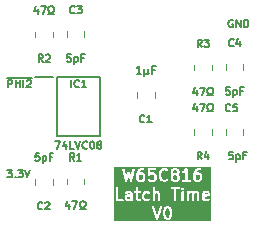
<source format=gto>
%TF.GenerationSoftware,KiCad,Pcbnew,8.0.4*%
%TF.CreationDate,2024-08-08T09:03:18+02:00*%
%TF.ProjectId,W65C816 Latch,57363543-3831-4362-904c-617463682e6b,V1*%
%TF.SameCoordinates,PX54c81a0PY37b6b20*%
%TF.FileFunction,Legend,Top*%
%TF.FilePolarity,Positive*%
%FSLAX46Y46*%
G04 Gerber Fmt 4.6, Leading zero omitted, Abs format (unit mm)*
G04 Created by KiCad (PCBNEW 8.0.4) date 2024-08-08 09:03:18*
%MOMM*%
%LPD*%
G01*
G04 APERTURE LIST*
%ADD10C,0.150000*%
%ADD11C,0.200000*%
%ADD12C,0.120000*%
G04 APERTURE END LIST*
D10*
X1205398Y-12350963D02*
X1598493Y-12350963D01*
X1598493Y-12350963D02*
X1386826Y-12592867D01*
X1386826Y-12592867D02*
X1477541Y-12592867D01*
X1477541Y-12592867D02*
X1538017Y-12623105D01*
X1538017Y-12623105D02*
X1568255Y-12653344D01*
X1568255Y-12653344D02*
X1598493Y-12713820D01*
X1598493Y-12713820D02*
X1598493Y-12865010D01*
X1598493Y-12865010D02*
X1568255Y-12925486D01*
X1568255Y-12925486D02*
X1538017Y-12955725D01*
X1538017Y-12955725D02*
X1477541Y-12985963D01*
X1477541Y-12985963D02*
X1296112Y-12985963D01*
X1296112Y-12985963D02*
X1235636Y-12955725D01*
X1235636Y-12955725D02*
X1205398Y-12925486D01*
X1870636Y-12925486D02*
X1900874Y-12955725D01*
X1900874Y-12955725D02*
X1870636Y-12985963D01*
X1870636Y-12985963D02*
X1840398Y-12955725D01*
X1840398Y-12955725D02*
X1870636Y-12925486D01*
X1870636Y-12925486D02*
X1870636Y-12985963D01*
X2112541Y-12350963D02*
X2505636Y-12350963D01*
X2505636Y-12350963D02*
X2293969Y-12592867D01*
X2293969Y-12592867D02*
X2384684Y-12592867D01*
X2384684Y-12592867D02*
X2445160Y-12623105D01*
X2445160Y-12623105D02*
X2475398Y-12653344D01*
X2475398Y-12653344D02*
X2505636Y-12713820D01*
X2505636Y-12713820D02*
X2505636Y-12865010D01*
X2505636Y-12865010D02*
X2475398Y-12925486D01*
X2475398Y-12925486D02*
X2445160Y-12955725D01*
X2445160Y-12955725D02*
X2384684Y-12985963D01*
X2384684Y-12985963D02*
X2203255Y-12985963D01*
X2203255Y-12985963D02*
X2142779Y-12955725D01*
X2142779Y-12955725D02*
X2112541Y-12925486D01*
X2687065Y-12350963D02*
X2898731Y-12985963D01*
X2898731Y-12985963D02*
X3110398Y-12350963D01*
X20293887Y318799D02*
X20233411Y349037D01*
X20233411Y349037D02*
X20142697Y349037D01*
X20142697Y349037D02*
X20051982Y318799D01*
X20051982Y318799D02*
X19991506Y258323D01*
X19991506Y258323D02*
X19961268Y197847D01*
X19961268Y197847D02*
X19931030Y76895D01*
X19931030Y76895D02*
X19931030Y-13820D01*
X19931030Y-13820D02*
X19961268Y-134772D01*
X19961268Y-134772D02*
X19991506Y-195248D01*
X19991506Y-195248D02*
X20051982Y-255725D01*
X20051982Y-255725D02*
X20142697Y-285963D01*
X20142697Y-285963D02*
X20203173Y-285963D01*
X20203173Y-285963D02*
X20293887Y-255725D01*
X20293887Y-255725D02*
X20324125Y-225486D01*
X20324125Y-225486D02*
X20324125Y-13820D01*
X20324125Y-13820D02*
X20203173Y-13820D01*
X20596268Y-285963D02*
X20596268Y349037D01*
X20596268Y349037D02*
X20959125Y-285963D01*
X20959125Y-285963D02*
X20959125Y349037D01*
X21261506Y-285963D02*
X21261506Y349037D01*
X21261506Y349037D02*
X21412696Y349037D01*
X21412696Y349037D02*
X21503411Y318799D01*
X21503411Y318799D02*
X21563887Y258323D01*
X21563887Y258323D02*
X21594125Y197847D01*
X21594125Y197847D02*
X21624363Y76895D01*
X21624363Y76895D02*
X21624363Y-13820D01*
X21624363Y-13820D02*
X21594125Y-134772D01*
X21594125Y-134772D02*
X21563887Y-195248D01*
X21563887Y-195248D02*
X21503411Y-255725D01*
X21503411Y-255725D02*
X21412696Y-285963D01*
X21412696Y-285963D02*
X21261506Y-285963D01*
X1265874Y-5365963D02*
X1265874Y-4730963D01*
X1265874Y-4730963D02*
X1507779Y-4730963D01*
X1507779Y-4730963D02*
X1568255Y-4761201D01*
X1568255Y-4761201D02*
X1598493Y-4791439D01*
X1598493Y-4791439D02*
X1628731Y-4851915D01*
X1628731Y-4851915D02*
X1628731Y-4942629D01*
X1628731Y-4942629D02*
X1598493Y-5003105D01*
X1598493Y-5003105D02*
X1568255Y-5033344D01*
X1568255Y-5033344D02*
X1507779Y-5063582D01*
X1507779Y-5063582D02*
X1265874Y-5063582D01*
X1900874Y-5365963D02*
X1900874Y-4730963D01*
X1900874Y-5033344D02*
X2263731Y-5033344D01*
X2263731Y-5365963D02*
X2263731Y-4730963D01*
X2566112Y-5365963D02*
X2566112Y-4730963D01*
X2838255Y-4791439D02*
X2868493Y-4761201D01*
X2868493Y-4761201D02*
X2928969Y-4730963D01*
X2928969Y-4730963D02*
X3080160Y-4730963D01*
X3080160Y-4730963D02*
X3140636Y-4761201D01*
X3140636Y-4761201D02*
X3170874Y-4791439D01*
X3170874Y-4791439D02*
X3201112Y-4851915D01*
X3201112Y-4851915D02*
X3201112Y-4912391D01*
X3201112Y-4912391D02*
X3170874Y-5003105D01*
X3170874Y-5003105D02*
X2808017Y-5365963D01*
X2808017Y-5365963D02*
X3201112Y-5365963D01*
X1178184Y-4554675D02*
X3258565Y-4554675D01*
D11*
G36*
X14863192Y-15634024D02*
G01*
X14887861Y-15658692D01*
X14923314Y-15729599D01*
X14965285Y-15897480D01*
X14965285Y-16110956D01*
X14923314Y-16278837D01*
X14887861Y-16349743D01*
X14863192Y-16374413D01*
X14803583Y-16404219D01*
X14755559Y-16404219D01*
X14695949Y-16374414D01*
X14671282Y-16349746D01*
X14635827Y-16278837D01*
X14593857Y-16110956D01*
X14593857Y-15897481D01*
X14635827Y-15729599D01*
X14671281Y-15658692D01*
X14695949Y-15634023D01*
X14755559Y-15604219D01*
X14803583Y-15604219D01*
X14863192Y-15634024D01*
G37*
G36*
X11608142Y-14784852D02*
G01*
X11589297Y-14794275D01*
X11398416Y-14794275D01*
X11354106Y-14772120D01*
X11331952Y-14727810D01*
X11331952Y-14679786D01*
X11354107Y-14635476D01*
X11398416Y-14613322D01*
X11608142Y-14613322D01*
X11608142Y-14784852D01*
G37*
G36*
X18157416Y-14349763D02*
G01*
X18174866Y-14384663D01*
X17903381Y-14438960D01*
X17903381Y-14394072D01*
X17925536Y-14349762D01*
X17969845Y-14327608D01*
X18113107Y-14327608D01*
X18157416Y-14349763D01*
G37*
G36*
X12648906Y-12795088D02*
G01*
X12673575Y-12819756D01*
X12703380Y-12879366D01*
X12703380Y-13070247D01*
X12673575Y-13129855D01*
X12648906Y-13154525D01*
X12589297Y-13184331D01*
X12446035Y-13184331D01*
X12386425Y-13154526D01*
X12361758Y-13129858D01*
X12331952Y-13070246D01*
X12331952Y-12879366D01*
X12361757Y-12819756D01*
X12386425Y-12795087D01*
X12446035Y-12765283D01*
X12589297Y-12765283D01*
X12648906Y-12795088D01*
G37*
G36*
X15553668Y-12842707D02*
G01*
X15578337Y-12867375D01*
X15608142Y-12926985D01*
X15608142Y-13070247D01*
X15578337Y-13129855D01*
X15553668Y-13154525D01*
X15494059Y-13184331D01*
X15350797Y-13184331D01*
X15291187Y-13154526D01*
X15266520Y-13129858D01*
X15236714Y-13070246D01*
X15236714Y-12926985D01*
X15266519Y-12867375D01*
X15291187Y-12842706D01*
X15350797Y-12812902D01*
X15494059Y-12812902D01*
X15553668Y-12842707D01*
G37*
G36*
X15553668Y-12414136D02*
G01*
X15578337Y-12438804D01*
X15608142Y-12498414D01*
X15608142Y-12498819D01*
X15578337Y-12558428D01*
X15553668Y-12583096D01*
X15494059Y-12612902D01*
X15350797Y-12612902D01*
X15291187Y-12583097D01*
X15266519Y-12558428D01*
X15236714Y-12498818D01*
X15236714Y-12498414D01*
X15266519Y-12438804D01*
X15291187Y-12414135D01*
X15350797Y-12384331D01*
X15494059Y-12384331D01*
X15553668Y-12414136D01*
G37*
G36*
X17458430Y-12795088D02*
G01*
X17483099Y-12819756D01*
X17512904Y-12879366D01*
X17512904Y-13070247D01*
X17483099Y-13129855D01*
X17458430Y-13154525D01*
X17398821Y-13184331D01*
X17255559Y-13184331D01*
X17195949Y-13154526D01*
X17171282Y-13129858D01*
X17141476Y-13070246D01*
X17141476Y-12879366D01*
X17171281Y-12819756D01*
X17195949Y-12795087D01*
X17255559Y-12765283D01*
X17398821Y-12765283D01*
X17458430Y-12795088D01*
G37*
G36*
X18490682Y-16715330D02*
G01*
X10258936Y-16715330D01*
X10258936Y-15516726D01*
X13442261Y-15516726D01*
X13446608Y-15535842D01*
X13779941Y-16535841D01*
X13787932Y-16553742D01*
X13792615Y-16559141D01*
X13795810Y-16565531D01*
X13805281Y-16573746D01*
X13813497Y-16583218D01*
X13819885Y-16586412D01*
X13825286Y-16591096D01*
X13837187Y-16595063D01*
X13848396Y-16600667D01*
X13855520Y-16601173D01*
X13862302Y-16603434D01*
X13874811Y-16602544D01*
X13887316Y-16603434D01*
X13894094Y-16601174D01*
X13901222Y-16600668D01*
X13912438Y-16595059D01*
X13924332Y-16591095D01*
X13929729Y-16586414D01*
X13936121Y-16583218D01*
X13944339Y-16573742D01*
X13953808Y-16565530D01*
X13957001Y-16559143D01*
X13961686Y-16553742D01*
X13969677Y-16535842D01*
X14186567Y-15885171D01*
X14393857Y-15885171D01*
X14393857Y-16123266D01*
X14394192Y-16126668D01*
X14393975Y-16128127D01*
X14395054Y-16135424D01*
X14395778Y-16142775D01*
X14396342Y-16144138D01*
X14396843Y-16147520D01*
X14444462Y-16337995D01*
X14444975Y-16339432D01*
X14445027Y-16340155D01*
X14448135Y-16348279D01*
X14451057Y-16356456D01*
X14451487Y-16357036D01*
X14452033Y-16358463D01*
X14499652Y-16453701D01*
X14504935Y-16462093D01*
X14505947Y-16464537D01*
X14508203Y-16467286D01*
X14510095Y-16470291D01*
X14512089Y-16472020D01*
X14518384Y-16479690D01*
X14566002Y-16527310D01*
X14573670Y-16533603D01*
X14575402Y-16535600D01*
X14578410Y-16537493D01*
X14581156Y-16539747D01*
X14583596Y-16540757D01*
X14591993Y-16546043D01*
X14687230Y-16593662D01*
X14705539Y-16600668D01*
X14709122Y-16600922D01*
X14712443Y-16602298D01*
X14731952Y-16604219D01*
X14827190Y-16604219D01*
X14846699Y-16602298D01*
X14850019Y-16600922D01*
X14853603Y-16600668D01*
X14871911Y-16593662D01*
X14967149Y-16546043D01*
X14975544Y-16540758D01*
X14977986Y-16539747D01*
X14980733Y-16537491D01*
X14983739Y-16535600D01*
X14985469Y-16533605D01*
X14993139Y-16527310D01*
X15040758Y-16479690D01*
X15047050Y-16472023D01*
X15049047Y-16470292D01*
X15050940Y-16467284D01*
X15053195Y-16464537D01*
X15054206Y-16462095D01*
X15059490Y-16453701D01*
X15107109Y-16358464D01*
X15107655Y-16357035D01*
X15108085Y-16356456D01*
X15111006Y-16348279D01*
X15114115Y-16340155D01*
X15114166Y-16339434D01*
X15114680Y-16337996D01*
X15162299Y-16147520D01*
X15162799Y-16144138D01*
X15163364Y-16142775D01*
X15164087Y-16135424D01*
X15165167Y-16128127D01*
X15164949Y-16126668D01*
X15165285Y-16123266D01*
X15165285Y-15885171D01*
X15164949Y-15881768D01*
X15165167Y-15880310D01*
X15164087Y-15873012D01*
X15163364Y-15865662D01*
X15162799Y-15864298D01*
X15162299Y-15860917D01*
X15114680Y-15670441D01*
X15114166Y-15669002D01*
X15114115Y-15668282D01*
X15111006Y-15660157D01*
X15108085Y-15651981D01*
X15107655Y-15651401D01*
X15107109Y-15649973D01*
X15059490Y-15554736D01*
X15054204Y-15546339D01*
X15053194Y-15543899D01*
X15050940Y-15541153D01*
X15049047Y-15538145D01*
X15047049Y-15536412D01*
X15040757Y-15528746D01*
X14993139Y-15481127D01*
X14985468Y-15474832D01*
X14983739Y-15472838D01*
X14980731Y-15470944D01*
X14977985Y-15468691D01*
X14975545Y-15467680D01*
X14967149Y-15462395D01*
X14871911Y-15414776D01*
X14853603Y-15407770D01*
X14850019Y-15407515D01*
X14846699Y-15406140D01*
X14827190Y-15404219D01*
X14731952Y-15404219D01*
X14712443Y-15406140D01*
X14709122Y-15407515D01*
X14705539Y-15407770D01*
X14687230Y-15414776D01*
X14591993Y-15462395D01*
X14583596Y-15467680D01*
X14581156Y-15468691D01*
X14578410Y-15470944D01*
X14575402Y-15472838D01*
X14573669Y-15474835D01*
X14566003Y-15481128D01*
X14518384Y-15528746D01*
X14512089Y-15536416D01*
X14510095Y-15538146D01*
X14508201Y-15541153D01*
X14505948Y-15543900D01*
X14504937Y-15546339D01*
X14499652Y-15554736D01*
X14452033Y-15649974D01*
X14451487Y-15651400D01*
X14451057Y-15651981D01*
X14448135Y-15660157D01*
X14445027Y-15668282D01*
X14444975Y-15669004D01*
X14444462Y-15670442D01*
X14396843Y-15860917D01*
X14396342Y-15864298D01*
X14395778Y-15865662D01*
X14395054Y-15873012D01*
X14393975Y-15880310D01*
X14394192Y-15881768D01*
X14393857Y-15885171D01*
X14186567Y-15885171D01*
X14303010Y-15535842D01*
X14307357Y-15516727D01*
X14304591Y-15477807D01*
X14287141Y-15442908D01*
X14257665Y-15417343D01*
X14220649Y-15405004D01*
X14181729Y-15407771D01*
X14146830Y-15425220D01*
X14121265Y-15454696D01*
X14113274Y-15472597D01*
X13874809Y-16187991D01*
X13636344Y-15472596D01*
X13628353Y-15454696D01*
X13602788Y-15425220D01*
X13567889Y-15407770D01*
X13528969Y-15405004D01*
X13491953Y-15417342D01*
X13462477Y-15442907D01*
X13445027Y-15477806D01*
X13442261Y-15516726D01*
X10258936Y-15516726D01*
X10258936Y-13894275D01*
X10370047Y-13894275D01*
X10370047Y-14894275D01*
X10371968Y-14913784D01*
X10386900Y-14949832D01*
X10414490Y-14977422D01*
X10450538Y-14992354D01*
X10470047Y-14994275D01*
X10946237Y-14994275D01*
X10965746Y-14992354D01*
X11001794Y-14977422D01*
X11029384Y-14949832D01*
X11044316Y-14913784D01*
X11044316Y-14874766D01*
X11029384Y-14838718D01*
X11001794Y-14811128D01*
X10965746Y-14796196D01*
X10946237Y-14794275D01*
X10570047Y-14794275D01*
X10570047Y-14656179D01*
X11131952Y-14656179D01*
X11131952Y-14751417D01*
X11133873Y-14770926D01*
X11135248Y-14774246D01*
X11135503Y-14777829D01*
X11142509Y-14796138D01*
X11190128Y-14891377D01*
X11192181Y-14894640D01*
X11192695Y-14896179D01*
X11194357Y-14898095D01*
X11200571Y-14907967D01*
X11210042Y-14916181D01*
X11218259Y-14925656D01*
X11228129Y-14931868D01*
X11230047Y-14933532D01*
X11231587Y-14934045D01*
X11234850Y-14936099D01*
X11330087Y-14983718D01*
X11348396Y-14990724D01*
X11351979Y-14990978D01*
X11355300Y-14992354D01*
X11374809Y-14994275D01*
X11612904Y-14994275D01*
X11632413Y-14992354D01*
X11635733Y-14990978D01*
X11639317Y-14990724D01*
X11657625Y-14983718D01*
X11662228Y-14981416D01*
X11688633Y-14992354D01*
X11727651Y-14992354D01*
X11763699Y-14977422D01*
X11791289Y-14949832D01*
X11806221Y-14913784D01*
X11808142Y-14894275D01*
X11808142Y-14370465D01*
X11806221Y-14350956D01*
X11804845Y-14347635D01*
X11804591Y-14344052D01*
X11797585Y-14325743D01*
X11749966Y-14230506D01*
X11747911Y-14227242D01*
X11747399Y-14225704D01*
X11745737Y-14223788D01*
X11739523Y-14213915D01*
X11732817Y-14208099D01*
X11943397Y-14208099D01*
X11943397Y-14247117D01*
X11958329Y-14283165D01*
X11985919Y-14310755D01*
X12021967Y-14325687D01*
X12041476Y-14327608D01*
X12084333Y-14327608D01*
X12084333Y-14751417D01*
X12086254Y-14770926D01*
X12087629Y-14774246D01*
X12087884Y-14777829D01*
X12094890Y-14796138D01*
X12142509Y-14891377D01*
X12144562Y-14894640D01*
X12145076Y-14896179D01*
X12146738Y-14898095D01*
X12152952Y-14907967D01*
X12162423Y-14916181D01*
X12170640Y-14925656D01*
X12180510Y-14931868D01*
X12182428Y-14933532D01*
X12183968Y-14934045D01*
X12187231Y-14936099D01*
X12282468Y-14983718D01*
X12300777Y-14990724D01*
X12304360Y-14990978D01*
X12307681Y-14992354D01*
X12327190Y-14994275D01*
X12422428Y-14994275D01*
X12441937Y-14992354D01*
X12477985Y-14977422D01*
X12505575Y-14949832D01*
X12520507Y-14913784D01*
X12520507Y-14874766D01*
X12505575Y-14838718D01*
X12477985Y-14811128D01*
X12441937Y-14796196D01*
X12422428Y-14794275D01*
X12350797Y-14794275D01*
X12306487Y-14772120D01*
X12284333Y-14727810D01*
X12284333Y-14418084D01*
X12608143Y-14418084D01*
X12608143Y-14703798D01*
X12610064Y-14723307D01*
X12611439Y-14726627D01*
X12611694Y-14730211D01*
X12618700Y-14748519D01*
X12666319Y-14843757D01*
X12671602Y-14852149D01*
X12672614Y-14854593D01*
X12674870Y-14857342D01*
X12676762Y-14860347D01*
X12678756Y-14862076D01*
X12685051Y-14869746D01*
X12732669Y-14917366D01*
X12740337Y-14923659D01*
X12742069Y-14925656D01*
X12745077Y-14927549D01*
X12747823Y-14929803D01*
X12750263Y-14930813D01*
X12758660Y-14936099D01*
X12853897Y-14983718D01*
X12872206Y-14990724D01*
X12875789Y-14990978D01*
X12879110Y-14992354D01*
X12898619Y-14994275D01*
X13089095Y-14994275D01*
X13108604Y-14992354D01*
X13111924Y-14990978D01*
X13115508Y-14990724D01*
X13133816Y-14983718D01*
X13229054Y-14936099D01*
X13245644Y-14925656D01*
X13271209Y-14896179D01*
X13283547Y-14859163D01*
X13280782Y-14820243D01*
X13263333Y-14785345D01*
X13233856Y-14759780D01*
X13196840Y-14747441D01*
X13157920Y-14750207D01*
X13139611Y-14757213D01*
X13065488Y-14794275D01*
X12922226Y-14794275D01*
X12862616Y-14764470D01*
X12837949Y-14739802D01*
X12808143Y-14680190D01*
X12808143Y-14441691D01*
X12837948Y-14382081D01*
X12862616Y-14357412D01*
X12922226Y-14327608D01*
X13065488Y-14327608D01*
X13139611Y-14364670D01*
X13157920Y-14371676D01*
X13196840Y-14374442D01*
X13233856Y-14362103D01*
X13263333Y-14336538D01*
X13280782Y-14301640D01*
X13283547Y-14262720D01*
X13271209Y-14225704D01*
X13245644Y-14196227D01*
X13229054Y-14185784D01*
X13133816Y-14138165D01*
X13115508Y-14131159D01*
X13111924Y-14130904D01*
X13108604Y-14129529D01*
X13089095Y-14127608D01*
X12898619Y-14127608D01*
X12879110Y-14129529D01*
X12875789Y-14130904D01*
X12872206Y-14131159D01*
X12853897Y-14138165D01*
X12758660Y-14185784D01*
X12750263Y-14191069D01*
X12747823Y-14192080D01*
X12745077Y-14194333D01*
X12742069Y-14196227D01*
X12740336Y-14198224D01*
X12732670Y-14204517D01*
X12685051Y-14252135D01*
X12678756Y-14259805D01*
X12676762Y-14261535D01*
X12674868Y-14264542D01*
X12672615Y-14267289D01*
X12671604Y-14269728D01*
X12666319Y-14278125D01*
X12618700Y-14373363D01*
X12611694Y-14391671D01*
X12611439Y-14395254D01*
X12610064Y-14398575D01*
X12608143Y-14418084D01*
X12284333Y-14418084D01*
X12284333Y-14327608D01*
X12422428Y-14327608D01*
X12441937Y-14325687D01*
X12477985Y-14310755D01*
X12505575Y-14283165D01*
X12520507Y-14247117D01*
X12520507Y-14208099D01*
X12505575Y-14172051D01*
X12477985Y-14144461D01*
X12441937Y-14129529D01*
X12422428Y-14127608D01*
X12284333Y-14127608D01*
X12284333Y-13894275D01*
X13512905Y-13894275D01*
X13512905Y-14894275D01*
X13514826Y-14913784D01*
X13529758Y-14949832D01*
X13557348Y-14977422D01*
X13593396Y-14992354D01*
X13632414Y-14992354D01*
X13668462Y-14977422D01*
X13696052Y-14949832D01*
X13710984Y-14913784D01*
X13712905Y-14894275D01*
X13712905Y-14364267D01*
X13719759Y-14357412D01*
X13779369Y-14327608D01*
X13875012Y-14327608D01*
X13919321Y-14349763D01*
X13941476Y-14394072D01*
X13941476Y-14894275D01*
X13943397Y-14913784D01*
X13958329Y-14949832D01*
X13985919Y-14977422D01*
X14021967Y-14992354D01*
X14060985Y-14992354D01*
X14097033Y-14977422D01*
X14124623Y-14949832D01*
X14139555Y-14913784D01*
X14141476Y-14894275D01*
X14141476Y-14370465D01*
X14139555Y-14350956D01*
X14138179Y-14347635D01*
X14137925Y-14344052D01*
X14130919Y-14325743D01*
X14083300Y-14230506D01*
X14081245Y-14227242D01*
X14080733Y-14225704D01*
X14079071Y-14223788D01*
X14072857Y-14213915D01*
X14063381Y-14205697D01*
X14055168Y-14196227D01*
X14045296Y-14190013D01*
X14043380Y-14188351D01*
X14041841Y-14187837D01*
X14038578Y-14185784D01*
X13943340Y-14138165D01*
X13925032Y-14131159D01*
X13921448Y-14130904D01*
X13918128Y-14129529D01*
X13898619Y-14127608D01*
X13755762Y-14127608D01*
X13736253Y-14129529D01*
X13732932Y-14130904D01*
X13729349Y-14131159D01*
X13712905Y-14137451D01*
X13712905Y-13894275D01*
X13710984Y-13874766D01*
X15038636Y-13874766D01*
X15038636Y-13913784D01*
X15053568Y-13949832D01*
X15081158Y-13977422D01*
X15117206Y-13992354D01*
X15136715Y-13994275D01*
X15322429Y-13994275D01*
X15322429Y-14894275D01*
X15324350Y-14913784D01*
X15339282Y-14949832D01*
X15366872Y-14977422D01*
X15402920Y-14992354D01*
X15441938Y-14992354D01*
X15477986Y-14977422D01*
X15505576Y-14949832D01*
X15520508Y-14913784D01*
X15522429Y-14894275D01*
X15522429Y-14227608D01*
X15941477Y-14227608D01*
X15941477Y-14894275D01*
X15943398Y-14913784D01*
X15958330Y-14949832D01*
X15985920Y-14977422D01*
X16021968Y-14992354D01*
X16060986Y-14992354D01*
X16097034Y-14977422D01*
X16124624Y-14949832D01*
X16139556Y-14913784D01*
X16141477Y-14894275D01*
X16141477Y-14227608D01*
X16417667Y-14227608D01*
X16417667Y-14894275D01*
X16419588Y-14913784D01*
X16434520Y-14949832D01*
X16462110Y-14977422D01*
X16498158Y-14992354D01*
X16537176Y-14992354D01*
X16573224Y-14977422D01*
X16600814Y-14949832D01*
X16615746Y-14913784D01*
X16617667Y-14894275D01*
X16617667Y-14364267D01*
X16624521Y-14357412D01*
X16684131Y-14327608D01*
X16779774Y-14327608D01*
X16824083Y-14349763D01*
X16846238Y-14394072D01*
X16846238Y-14894275D01*
X16848159Y-14913784D01*
X16863091Y-14949832D01*
X16890681Y-14977422D01*
X16926729Y-14992354D01*
X16965747Y-14992354D01*
X17001795Y-14977422D01*
X17029385Y-14949832D01*
X17044317Y-14913784D01*
X17046238Y-14894275D01*
X17046238Y-14394072D01*
X17068393Y-14349762D01*
X17112702Y-14327608D01*
X17208345Y-14327608D01*
X17252655Y-14349762D01*
X17274810Y-14394072D01*
X17274810Y-14894275D01*
X17276731Y-14913784D01*
X17291663Y-14949832D01*
X17319253Y-14977422D01*
X17355301Y-14992354D01*
X17394319Y-14992354D01*
X17430367Y-14977422D01*
X17457957Y-14949832D01*
X17472889Y-14913784D01*
X17474810Y-14894275D01*
X17474810Y-14370465D01*
X17703381Y-14370465D01*
X17703381Y-14751417D01*
X17705302Y-14770926D01*
X17706677Y-14774246D01*
X17706932Y-14777829D01*
X17713938Y-14796138D01*
X17761557Y-14891377D01*
X17763610Y-14894640D01*
X17764124Y-14896179D01*
X17765786Y-14898095D01*
X17772000Y-14907967D01*
X17781471Y-14916181D01*
X17789688Y-14925656D01*
X17799558Y-14931868D01*
X17801476Y-14933532D01*
X17803016Y-14934045D01*
X17806279Y-14936099D01*
X17901516Y-14983718D01*
X17919825Y-14990724D01*
X17923408Y-14990978D01*
X17926729Y-14992354D01*
X17946238Y-14994275D01*
X18136714Y-14994275D01*
X18156223Y-14992354D01*
X18159543Y-14990978D01*
X18163127Y-14990724D01*
X18181435Y-14983718D01*
X18276673Y-14936099D01*
X18293263Y-14925656D01*
X18318828Y-14896179D01*
X18331166Y-14859163D01*
X18328401Y-14820243D01*
X18310952Y-14785345D01*
X18281475Y-14759780D01*
X18244459Y-14747441D01*
X18205539Y-14750207D01*
X18187230Y-14757213D01*
X18113107Y-14794275D01*
X17969845Y-14794275D01*
X17925535Y-14772120D01*
X17903381Y-14727810D01*
X17903381Y-14642921D01*
X18299077Y-14563782D01*
X18299080Y-14563782D01*
X18299082Y-14563780D01*
X18299182Y-14563761D01*
X18317936Y-14558051D01*
X18326076Y-14552599D01*
X18335128Y-14548850D01*
X18342129Y-14541848D01*
X18350355Y-14536340D01*
X18355789Y-14528188D01*
X18362718Y-14521260D01*
X18366507Y-14512112D01*
X18371999Y-14503875D01*
X18373900Y-14494264D01*
X18377650Y-14485212D01*
X18379571Y-14465703D01*
X18379571Y-14370465D01*
X18377650Y-14350956D01*
X18376274Y-14347635D01*
X18376020Y-14344052D01*
X18369014Y-14325743D01*
X18321395Y-14230506D01*
X18319340Y-14227242D01*
X18318828Y-14225704D01*
X18317166Y-14223788D01*
X18310952Y-14213915D01*
X18301476Y-14205697D01*
X18293263Y-14196227D01*
X18283391Y-14190013D01*
X18281475Y-14188351D01*
X18279936Y-14187837D01*
X18276673Y-14185784D01*
X18181435Y-14138165D01*
X18163127Y-14131159D01*
X18159543Y-14130904D01*
X18156223Y-14129529D01*
X18136714Y-14127608D01*
X17946238Y-14127608D01*
X17926729Y-14129529D01*
X17923408Y-14130904D01*
X17919825Y-14131159D01*
X17901516Y-14138165D01*
X17806279Y-14185784D01*
X17803015Y-14187838D01*
X17801477Y-14188351D01*
X17799561Y-14190012D01*
X17789688Y-14196227D01*
X17781470Y-14205702D01*
X17772000Y-14213916D01*
X17765786Y-14223787D01*
X17764124Y-14225704D01*
X17763610Y-14227242D01*
X17761557Y-14230506D01*
X17713938Y-14325744D01*
X17706932Y-14344052D01*
X17706677Y-14347635D01*
X17705302Y-14350956D01*
X17703381Y-14370465D01*
X17474810Y-14370465D01*
X17472889Y-14350956D01*
X17471513Y-14347635D01*
X17471259Y-14344052D01*
X17464253Y-14325743D01*
X17416634Y-14230506D01*
X17414580Y-14227243D01*
X17414067Y-14225703D01*
X17412403Y-14223785D01*
X17406191Y-14213915D01*
X17396716Y-14205698D01*
X17388502Y-14196227D01*
X17378630Y-14190013D01*
X17376714Y-14188351D01*
X17375175Y-14187837D01*
X17371912Y-14185784D01*
X17276673Y-14138165D01*
X17258364Y-14131159D01*
X17254781Y-14130904D01*
X17251461Y-14129529D01*
X17231952Y-14127608D01*
X17089095Y-14127608D01*
X17069586Y-14129529D01*
X17066265Y-14130904D01*
X17062682Y-14131159D01*
X17044373Y-14138165D01*
X16949136Y-14185784D01*
X16946237Y-14187608D01*
X16943340Y-14185784D01*
X16848102Y-14138165D01*
X16829794Y-14131159D01*
X16826210Y-14130904D01*
X16822890Y-14129529D01*
X16803381Y-14127608D01*
X16660524Y-14127608D01*
X16641015Y-14129529D01*
X16637694Y-14130904D01*
X16634111Y-14131159D01*
X16615802Y-14138165D01*
X16583219Y-14154456D01*
X16573224Y-14144461D01*
X16537176Y-14129529D01*
X16498158Y-14129529D01*
X16462110Y-14144461D01*
X16434520Y-14172051D01*
X16419588Y-14208099D01*
X16417667Y-14227608D01*
X16141477Y-14227608D01*
X16139556Y-14208099D01*
X16124624Y-14172051D01*
X16097034Y-14144461D01*
X16060986Y-14129529D01*
X16021968Y-14129529D01*
X15985920Y-14144461D01*
X15958330Y-14172051D01*
X15943398Y-14208099D01*
X15941477Y-14227608D01*
X15522429Y-14227608D01*
X15522429Y-13994275D01*
X15708143Y-13994275D01*
X15727652Y-13992354D01*
X15763700Y-13977422D01*
X15791290Y-13949832D01*
X15802659Y-13922385D01*
X15895779Y-13922385D01*
X15895779Y-13961403D01*
X15910711Y-13997451D01*
X15923147Y-14012605D01*
X15970766Y-14060223D01*
X15985919Y-14072660D01*
X15996477Y-14077033D01*
X16021968Y-14087592D01*
X16060986Y-14087592D01*
X16097034Y-14072660D01*
X16112188Y-14060224D01*
X16159806Y-14012605D01*
X16172243Y-13997452D01*
X16187174Y-13961403D01*
X16187174Y-13922385D01*
X16185690Y-13918802D01*
X16172243Y-13886336D01*
X16159806Y-13871183D01*
X16112188Y-13823564D01*
X16097034Y-13811128D01*
X16060986Y-13796196D01*
X16021968Y-13796196D01*
X15996477Y-13806754D01*
X15985919Y-13811128D01*
X15970766Y-13823565D01*
X15923147Y-13871183D01*
X15910712Y-13886336D01*
X15910711Y-13886337D01*
X15895779Y-13922385D01*
X15802659Y-13922385D01*
X15806222Y-13913784D01*
X15806222Y-13874766D01*
X15791290Y-13838718D01*
X15763700Y-13811128D01*
X15727652Y-13796196D01*
X15708143Y-13794275D01*
X15136715Y-13794275D01*
X15117206Y-13796196D01*
X15081158Y-13811128D01*
X15053568Y-13838718D01*
X15038636Y-13874766D01*
X13710984Y-13874766D01*
X13696052Y-13838718D01*
X13668462Y-13811128D01*
X13632414Y-13796196D01*
X13593396Y-13796196D01*
X13557348Y-13811128D01*
X13529758Y-13838718D01*
X13514826Y-13874766D01*
X13512905Y-13894275D01*
X12284333Y-13894275D01*
X12282412Y-13874766D01*
X12267480Y-13838718D01*
X12239890Y-13811128D01*
X12203842Y-13796196D01*
X12164824Y-13796196D01*
X12128776Y-13811128D01*
X12101186Y-13838718D01*
X12086254Y-13874766D01*
X12084333Y-13894275D01*
X12084333Y-14127608D01*
X12041476Y-14127608D01*
X12021967Y-14129529D01*
X11985919Y-14144461D01*
X11958329Y-14172051D01*
X11943397Y-14208099D01*
X11732817Y-14208099D01*
X11730047Y-14205697D01*
X11721834Y-14196227D01*
X11711962Y-14190013D01*
X11710046Y-14188351D01*
X11708507Y-14187837D01*
X11705244Y-14185784D01*
X11610006Y-14138165D01*
X11591698Y-14131159D01*
X11588114Y-14130904D01*
X11584794Y-14129529D01*
X11565285Y-14127608D01*
X11374809Y-14127608D01*
X11355300Y-14129529D01*
X11351979Y-14130904D01*
X11348396Y-14131159D01*
X11330087Y-14138165D01*
X11234850Y-14185784D01*
X11218259Y-14196227D01*
X11192695Y-14225704D01*
X11180356Y-14262720D01*
X11183122Y-14301640D01*
X11200571Y-14336539D01*
X11230048Y-14362103D01*
X11267064Y-14374442D01*
X11305984Y-14371676D01*
X11324292Y-14364670D01*
X11398416Y-14327608D01*
X11541678Y-14327608D01*
X11585987Y-14349763D01*
X11608142Y-14394072D01*
X11608142Y-14403899D01*
X11589297Y-14413322D01*
X11374809Y-14413322D01*
X11355300Y-14415243D01*
X11351979Y-14416618D01*
X11348396Y-14416873D01*
X11330087Y-14423879D01*
X11234850Y-14471498D01*
X11231586Y-14473552D01*
X11230048Y-14474065D01*
X11228132Y-14475726D01*
X11218259Y-14481941D01*
X11210041Y-14491416D01*
X11200571Y-14499630D01*
X11194357Y-14509501D01*
X11192695Y-14511418D01*
X11192181Y-14512956D01*
X11190128Y-14516220D01*
X11142509Y-14611458D01*
X11135503Y-14629766D01*
X11135248Y-14633349D01*
X11133873Y-14636670D01*
X11131952Y-14656179D01*
X10570047Y-14656179D01*
X10570047Y-13894275D01*
X10568126Y-13874766D01*
X10553194Y-13838718D01*
X10525604Y-13811128D01*
X10489556Y-13796196D01*
X10450538Y-13796196D01*
X10414490Y-13811128D01*
X10386900Y-13838718D01*
X10371968Y-13874766D01*
X10370047Y-13894275D01*
X10258936Y-13894275D01*
X10258936Y-12288070D01*
X10941545Y-12288070D01*
X10944195Y-12307493D01*
X11182290Y-13307493D01*
X11184598Y-13314190D01*
X11184917Y-13316588D01*
X11186171Y-13318755D01*
X11188678Y-13326027D01*
X11197193Y-13337793D01*
X11204466Y-13350356D01*
X11208543Y-13353476D01*
X11211553Y-13357636D01*
X11223915Y-13365243D01*
X11235449Y-13374072D01*
X11240412Y-13375395D01*
X11244783Y-13378085D01*
X11259117Y-13380383D01*
X11273150Y-13384125D01*
X11278238Y-13383448D01*
X11283310Y-13384262D01*
X11297444Y-13380896D01*
X11311828Y-13378985D01*
X11316268Y-13376414D01*
X11321267Y-13375224D01*
X11333033Y-13366708D01*
X11345596Y-13359436D01*
X11348716Y-13355358D01*
X11352876Y-13352349D01*
X11360483Y-13339986D01*
X11369312Y-13328453D01*
X11372011Y-13321252D01*
X11373325Y-13319119D01*
X11373708Y-13316728D01*
X11376195Y-13310097D01*
X11470047Y-12958150D01*
X11563900Y-13310098D01*
X11566385Y-13316727D01*
X11566769Y-13319119D01*
X11568082Y-13321253D01*
X11570782Y-13328453D01*
X11579610Y-13339986D01*
X11587218Y-13352349D01*
X11591377Y-13355358D01*
X11594498Y-13359436D01*
X11607062Y-13366710D01*
X11618827Y-13375224D01*
X11623822Y-13376413D01*
X11628266Y-13378986D01*
X11642655Y-13380897D01*
X11656784Y-13384262D01*
X11661855Y-13383448D01*
X11666944Y-13384125D01*
X11680976Y-13380383D01*
X11695311Y-13378085D01*
X11699681Y-13375395D01*
X11704645Y-13374072D01*
X11716178Y-13365243D01*
X11728541Y-13357636D01*
X11731550Y-13353476D01*
X11735628Y-13350356D01*
X11742903Y-13337789D01*
X11751416Y-13326027D01*
X11753920Y-13318761D01*
X11755178Y-13316589D01*
X11755497Y-13314185D01*
X11757804Y-13307493D01*
X11899374Y-12712902D01*
X12131952Y-12712902D01*
X12131952Y-13093854D01*
X12133873Y-13113363D01*
X12135248Y-13116683D01*
X12135503Y-13120267D01*
X12142509Y-13138575D01*
X12190128Y-13233813D01*
X12195411Y-13242205D01*
X12196423Y-13244649D01*
X12198679Y-13247398D01*
X12200571Y-13250403D01*
X12202565Y-13252132D01*
X12208860Y-13259802D01*
X12256478Y-13307422D01*
X12264146Y-13313715D01*
X12265878Y-13315712D01*
X12268886Y-13317605D01*
X12271632Y-13319859D01*
X12274072Y-13320869D01*
X12282469Y-13326155D01*
X12377706Y-13373774D01*
X12396015Y-13380780D01*
X12399598Y-13381034D01*
X12402919Y-13382410D01*
X12422428Y-13384331D01*
X12612904Y-13384331D01*
X12632413Y-13382410D01*
X12635733Y-13381034D01*
X12639317Y-13380780D01*
X12657625Y-13373774D01*
X12752863Y-13326155D01*
X12761258Y-13320870D01*
X12763700Y-13319859D01*
X12766447Y-13317603D01*
X12769453Y-13315712D01*
X12771183Y-13313717D01*
X12778853Y-13307422D01*
X12826472Y-13259802D01*
X12832764Y-13252135D01*
X12834761Y-13250404D01*
X12836654Y-13247396D01*
X12838909Y-13244649D01*
X12839920Y-13242207D01*
X12845204Y-13233813D01*
X12892823Y-13138576D01*
X12899829Y-13120267D01*
X12900083Y-13116683D01*
X12901459Y-13113363D01*
X12903380Y-13093854D01*
X12903380Y-12855759D01*
X12901459Y-12836250D01*
X12900083Y-12832929D01*
X12899829Y-12829346D01*
X12892823Y-12811037D01*
X12872391Y-12770174D01*
X13084800Y-12770174D01*
X13086254Y-12774992D01*
X13086254Y-12780030D01*
X13091850Y-12793539D01*
X13096071Y-12807529D01*
X13099258Y-12811425D01*
X13101186Y-12816078D01*
X13111522Y-12826414D01*
X13120778Y-12837727D01*
X13125215Y-12840107D01*
X13128776Y-12843668D01*
X13142281Y-12849262D01*
X13155162Y-12856172D01*
X13160171Y-12856672D01*
X13164824Y-12858600D01*
X13179445Y-12858600D01*
X13193986Y-12860054D01*
X13198805Y-12858600D01*
X13203842Y-12858600D01*
X13217351Y-12853003D01*
X13231341Y-12848783D01*
X13235237Y-12845595D01*
X13239890Y-12843668D01*
X13255044Y-12831232D01*
X13291187Y-12795087D01*
X13350797Y-12765283D01*
X13541678Y-12765283D01*
X13601287Y-12795088D01*
X13625956Y-12819756D01*
X13655761Y-12879366D01*
X13655761Y-13070247D01*
X13625956Y-13129855D01*
X13601287Y-13154525D01*
X13541678Y-13184331D01*
X13350797Y-13184331D01*
X13291187Y-13154526D01*
X13255044Y-13118382D01*
X13239891Y-13105945D01*
X13203843Y-13091014D01*
X13164825Y-13091013D01*
X13128776Y-13105944D01*
X13101186Y-13133534D01*
X13086255Y-13169582D01*
X13086254Y-13208600D01*
X13101185Y-13244649D01*
X13113622Y-13259802D01*
X13161240Y-13307422D01*
X13168908Y-13313715D01*
X13170640Y-13315712D01*
X13173648Y-13317605D01*
X13176394Y-13319859D01*
X13178834Y-13320869D01*
X13187231Y-13326155D01*
X13282468Y-13373774D01*
X13300777Y-13380780D01*
X13304360Y-13381034D01*
X13307681Y-13382410D01*
X13327190Y-13384331D01*
X13565285Y-13384331D01*
X13584794Y-13382410D01*
X13588114Y-13381034D01*
X13591698Y-13380780D01*
X13610006Y-13373774D01*
X13705244Y-13326155D01*
X13713639Y-13320870D01*
X13716081Y-13319859D01*
X13718828Y-13317603D01*
X13721834Y-13315712D01*
X13723564Y-13313717D01*
X13731234Y-13307422D01*
X13778853Y-13259802D01*
X13785145Y-13252135D01*
X13787142Y-13250404D01*
X13789035Y-13247396D01*
X13791290Y-13244649D01*
X13792301Y-13242207D01*
X13797585Y-13233813D01*
X13845204Y-13138576D01*
X13852210Y-13120267D01*
X13852464Y-13116683D01*
X13853840Y-13113363D01*
X13855761Y-13093854D01*
X13855761Y-12855759D01*
X13853840Y-12836250D01*
X13852464Y-12832929D01*
X13852210Y-12829346D01*
X13845204Y-12811037D01*
X13797585Y-12715800D01*
X13795761Y-12712902D01*
X14036714Y-12712902D01*
X14036714Y-12855759D01*
X14037049Y-12859161D01*
X14036832Y-12860620D01*
X14037911Y-12867917D01*
X14038635Y-12875268D01*
X14039199Y-12876631D01*
X14039700Y-12880013D01*
X14087319Y-13070488D01*
X14087832Y-13071925D01*
X14087884Y-13072648D01*
X14090992Y-13080772D01*
X14093914Y-13088949D01*
X14094344Y-13089529D01*
X14094890Y-13090956D01*
X14142509Y-13186194D01*
X14147791Y-13194586D01*
X14148804Y-13197030D01*
X14151060Y-13199779D01*
X14152952Y-13202784D01*
X14154946Y-13204513D01*
X14161241Y-13212183D01*
X14256479Y-13307423D01*
X14271632Y-13319859D01*
X14274951Y-13321234D01*
X14277667Y-13323589D01*
X14295567Y-13331580D01*
X14438424Y-13379199D01*
X14448096Y-13381398D01*
X14450538Y-13382410D01*
X14454075Y-13382758D01*
X14457539Y-13383546D01*
X14460173Y-13383358D01*
X14470047Y-13384331D01*
X14565285Y-13384331D01*
X14575158Y-13383358D01*
X14577792Y-13383546D01*
X14581255Y-13382758D01*
X14584794Y-13382410D01*
X14587236Y-13381398D01*
X14596908Y-13379199D01*
X14739764Y-13331580D01*
X14757665Y-13323589D01*
X14760380Y-13321234D01*
X14763700Y-13319859D01*
X14778853Y-13307422D01*
X14826472Y-13259802D01*
X14838909Y-13244649D01*
X14853840Y-13208600D01*
X14853839Y-13169582D01*
X14838908Y-13133534D01*
X14811317Y-13105944D01*
X14775269Y-13091013D01*
X14736251Y-13091014D01*
X14700203Y-13105945D01*
X14685049Y-13118382D01*
X14654122Y-13149309D01*
X14549058Y-13184331D01*
X14486273Y-13184331D01*
X14381208Y-13149309D01*
X14314138Y-13082239D01*
X14278684Y-13011330D01*
X14236714Y-12843449D01*
X14236714Y-12725212D01*
X14278684Y-12557330D01*
X14314137Y-12486424D01*
X14381209Y-12419352D01*
X14486273Y-12384331D01*
X14549058Y-12384331D01*
X14654123Y-12419352D01*
X14685050Y-12450279D01*
X14700203Y-12462716D01*
X14736252Y-12477647D01*
X14775270Y-12477647D01*
X14782127Y-12474807D01*
X15036714Y-12474807D01*
X15036714Y-12522426D01*
X15038635Y-12541935D01*
X15040010Y-12545255D01*
X15040265Y-12548839D01*
X15047271Y-12567147D01*
X15094890Y-12662385D01*
X15100175Y-12670781D01*
X15101186Y-12673221D01*
X15103439Y-12675967D01*
X15105333Y-12678975D01*
X15107327Y-12680704D01*
X15113622Y-12688375D01*
X15138149Y-12712902D01*
X15113622Y-12737429D01*
X15107327Y-12745099D01*
X15105333Y-12746829D01*
X15103439Y-12749836D01*
X15101186Y-12752583D01*
X15100175Y-12755022D01*
X15094890Y-12763419D01*
X15047271Y-12858657D01*
X15040265Y-12876965D01*
X15040010Y-12880548D01*
X15038635Y-12883869D01*
X15036714Y-12903378D01*
X15036714Y-13093854D01*
X15038635Y-13113363D01*
X15040010Y-13116683D01*
X15040265Y-13120267D01*
X15047271Y-13138575D01*
X15094890Y-13233813D01*
X15100173Y-13242205D01*
X15101185Y-13244649D01*
X15103441Y-13247398D01*
X15105333Y-13250403D01*
X15107327Y-13252132D01*
X15113622Y-13259802D01*
X15161240Y-13307422D01*
X15168908Y-13313715D01*
X15170640Y-13315712D01*
X15173648Y-13317605D01*
X15176394Y-13319859D01*
X15178834Y-13320869D01*
X15187231Y-13326155D01*
X15282468Y-13373774D01*
X15300777Y-13380780D01*
X15304360Y-13381034D01*
X15307681Y-13382410D01*
X15327190Y-13384331D01*
X15517666Y-13384331D01*
X15537175Y-13382410D01*
X15540495Y-13381034D01*
X15544079Y-13380780D01*
X15562387Y-13373774D01*
X15657625Y-13326155D01*
X15666020Y-13320870D01*
X15668462Y-13319859D01*
X15671209Y-13317603D01*
X15674215Y-13315712D01*
X15675945Y-13313717D01*
X15683615Y-13307422D01*
X15731234Y-13259802D01*
X15737526Y-13252135D01*
X15739523Y-13250404D01*
X15741416Y-13247396D01*
X15743671Y-13244649D01*
X15744682Y-13242207D01*
X15749966Y-13233813D01*
X15797585Y-13138576D01*
X15804591Y-13120267D01*
X15804845Y-13116683D01*
X15806221Y-13113363D01*
X15808142Y-13093854D01*
X15808142Y-12903378D01*
X15806221Y-12883869D01*
X15804845Y-12880548D01*
X15804591Y-12876965D01*
X15797585Y-12858656D01*
X15749966Y-12763419D01*
X15744680Y-12755022D01*
X15743670Y-12752582D01*
X15741416Y-12749836D01*
X15739523Y-12746828D01*
X15737525Y-12745095D01*
X15731233Y-12737429D01*
X15706706Y-12712902D01*
X15731233Y-12688375D01*
X15737525Y-12680708D01*
X15739523Y-12678976D01*
X15741416Y-12675967D01*
X15743670Y-12673222D01*
X15744680Y-12670781D01*
X15749966Y-12662385D01*
X15797585Y-12567148D01*
X15801262Y-12557538D01*
X15989880Y-12557538D01*
X15992646Y-12596458D01*
X16010095Y-12631357D01*
X16039572Y-12656921D01*
X16076588Y-12669260D01*
X16115508Y-12666494D01*
X16133816Y-12659488D01*
X16229054Y-12611869D01*
X16237450Y-12606583D01*
X16239890Y-12605573D01*
X16242636Y-12603319D01*
X16245644Y-12601426D01*
X16247373Y-12599431D01*
X16255044Y-12593137D01*
X16274809Y-12573372D01*
X16274809Y-13184331D01*
X16089095Y-13184331D01*
X16069586Y-13186252D01*
X16033538Y-13201184D01*
X16005948Y-13228774D01*
X15991016Y-13264822D01*
X15991016Y-13303840D01*
X16005948Y-13339888D01*
X16033538Y-13367478D01*
X16069586Y-13382410D01*
X16089095Y-13384331D01*
X16660523Y-13384331D01*
X16680032Y-13382410D01*
X16716080Y-13367478D01*
X16743670Y-13339888D01*
X16758602Y-13303840D01*
X16758602Y-13264822D01*
X16743670Y-13228774D01*
X16716080Y-13201184D01*
X16680032Y-13186252D01*
X16660523Y-13184331D01*
X16474809Y-13184331D01*
X16474809Y-12712902D01*
X16941476Y-12712902D01*
X16941476Y-13093854D01*
X16943397Y-13113363D01*
X16944772Y-13116683D01*
X16945027Y-13120267D01*
X16952033Y-13138575D01*
X16999652Y-13233813D01*
X17004935Y-13242205D01*
X17005947Y-13244649D01*
X17008203Y-13247398D01*
X17010095Y-13250403D01*
X17012089Y-13252132D01*
X17018384Y-13259802D01*
X17066002Y-13307422D01*
X17073670Y-13313715D01*
X17075402Y-13315712D01*
X17078410Y-13317605D01*
X17081156Y-13319859D01*
X17083596Y-13320869D01*
X17091993Y-13326155D01*
X17187230Y-13373774D01*
X17205539Y-13380780D01*
X17209122Y-13381034D01*
X17212443Y-13382410D01*
X17231952Y-13384331D01*
X17422428Y-13384331D01*
X17441937Y-13382410D01*
X17445257Y-13381034D01*
X17448841Y-13380780D01*
X17467149Y-13373774D01*
X17562387Y-13326155D01*
X17570782Y-13320870D01*
X17573224Y-13319859D01*
X17575971Y-13317603D01*
X17578977Y-13315712D01*
X17580707Y-13313717D01*
X17588377Y-13307422D01*
X17635996Y-13259802D01*
X17642288Y-13252135D01*
X17644285Y-13250404D01*
X17646178Y-13247396D01*
X17648433Y-13244649D01*
X17649444Y-13242207D01*
X17654728Y-13233813D01*
X17702347Y-13138576D01*
X17709353Y-13120267D01*
X17709607Y-13116683D01*
X17710983Y-13113363D01*
X17712904Y-13093854D01*
X17712904Y-12855759D01*
X17710983Y-12836250D01*
X17709607Y-12832929D01*
X17709353Y-12829346D01*
X17702347Y-12811037D01*
X17654728Y-12715800D01*
X17649442Y-12707403D01*
X17648432Y-12704963D01*
X17646178Y-12702217D01*
X17644285Y-12699209D01*
X17642287Y-12697476D01*
X17635995Y-12689810D01*
X17588377Y-12642191D01*
X17580706Y-12635896D01*
X17578977Y-12633902D01*
X17575969Y-12632008D01*
X17573223Y-12629755D01*
X17570783Y-12628744D01*
X17562387Y-12623459D01*
X17467149Y-12575840D01*
X17448841Y-12568834D01*
X17445257Y-12568579D01*
X17441937Y-12567204D01*
X17422428Y-12565283D01*
X17231952Y-12565283D01*
X17212443Y-12567204D01*
X17209122Y-12568579D01*
X17205539Y-12568834D01*
X17187230Y-12575840D01*
X17177617Y-12580646D01*
X17181908Y-12563484D01*
X17262044Y-12443279D01*
X17291187Y-12414135D01*
X17350797Y-12384331D01*
X17517666Y-12384331D01*
X17537175Y-12382410D01*
X17573223Y-12367478D01*
X17600813Y-12339888D01*
X17615745Y-12303840D01*
X17615745Y-12264822D01*
X17600813Y-12228774D01*
X17573223Y-12201184D01*
X17537175Y-12186252D01*
X17517666Y-12184331D01*
X17327190Y-12184331D01*
X17307681Y-12186252D01*
X17304360Y-12187627D01*
X17300777Y-12187882D01*
X17282468Y-12194888D01*
X17187231Y-12242507D01*
X17178834Y-12247792D01*
X17176394Y-12248803D01*
X17173648Y-12251056D01*
X17170640Y-12252950D01*
X17168907Y-12254947D01*
X17161241Y-12261240D01*
X17113622Y-12308858D01*
X17113577Y-12308912D01*
X17113548Y-12308932D01*
X17107366Y-12316480D01*
X17101186Y-12324012D01*
X17101172Y-12324044D01*
X17101128Y-12324099D01*
X17005890Y-12466956D01*
X17000147Y-12477725D01*
X16998676Y-12479712D01*
X16997838Y-12482057D01*
X16996667Y-12484254D01*
X16996187Y-12486677D01*
X16992081Y-12498173D01*
X16944462Y-12688648D01*
X16943961Y-12692029D01*
X16943397Y-12693393D01*
X16942673Y-12700743D01*
X16941594Y-12708041D01*
X16941811Y-12709499D01*
X16941476Y-12712902D01*
X16474809Y-12712902D01*
X16474809Y-12284331D01*
X16474802Y-12284260D01*
X16474809Y-12284226D01*
X16474788Y-12284124D01*
X16472888Y-12264822D01*
X16469098Y-12255673D01*
X16467157Y-12245966D01*
X16461705Y-12237825D01*
X16457956Y-12228774D01*
X16450956Y-12221774D01*
X16445446Y-12213546D01*
X16437291Y-12208109D01*
X16430366Y-12201184D01*
X16421222Y-12197396D01*
X16412981Y-12191902D01*
X16403367Y-12190000D01*
X16394318Y-12186252D01*
X16384417Y-12186252D01*
X16374705Y-12184331D01*
X16365100Y-12186252D01*
X16355300Y-12186252D01*
X16346151Y-12190041D01*
X16336444Y-12191983D01*
X16328303Y-12197434D01*
X16319252Y-12201184D01*
X16312252Y-12208183D01*
X16304024Y-12213694D01*
X16291735Y-12228700D01*
X16291662Y-12228774D01*
X16291648Y-12228806D01*
X16291604Y-12228861D01*
X16201860Y-12363477D01*
X16125096Y-12440240D01*
X16044374Y-12480602D01*
X16027783Y-12491045D01*
X16002219Y-12520522D01*
X15989880Y-12557538D01*
X15801262Y-12557538D01*
X15804591Y-12548839D01*
X15804845Y-12545255D01*
X15806221Y-12541935D01*
X15808142Y-12522426D01*
X15808142Y-12474807D01*
X15806221Y-12455298D01*
X15804845Y-12451977D01*
X15804591Y-12448394D01*
X15797585Y-12430085D01*
X15749966Y-12334848D01*
X15744680Y-12326451D01*
X15743670Y-12324011D01*
X15741416Y-12321265D01*
X15739523Y-12318257D01*
X15737525Y-12316524D01*
X15731233Y-12308858D01*
X15683615Y-12261239D01*
X15675944Y-12254944D01*
X15674215Y-12252950D01*
X15671207Y-12251056D01*
X15668461Y-12248803D01*
X15666021Y-12247792D01*
X15657625Y-12242507D01*
X15562387Y-12194888D01*
X15544079Y-12187882D01*
X15540495Y-12187627D01*
X15537175Y-12186252D01*
X15517666Y-12184331D01*
X15327190Y-12184331D01*
X15307681Y-12186252D01*
X15304360Y-12187627D01*
X15300777Y-12187882D01*
X15282468Y-12194888D01*
X15187231Y-12242507D01*
X15178834Y-12247792D01*
X15176394Y-12248803D01*
X15173648Y-12251056D01*
X15170640Y-12252950D01*
X15168907Y-12254947D01*
X15161241Y-12261240D01*
X15113622Y-12308858D01*
X15107327Y-12316528D01*
X15105333Y-12318258D01*
X15103439Y-12321265D01*
X15101186Y-12324012D01*
X15100175Y-12326451D01*
X15094890Y-12334848D01*
X15047271Y-12430086D01*
X15040265Y-12448394D01*
X15040010Y-12451977D01*
X15038635Y-12455298D01*
X15036714Y-12474807D01*
X14782127Y-12474807D01*
X14811318Y-12462716D01*
X14838908Y-12435126D01*
X14853839Y-12399078D01*
X14853839Y-12360060D01*
X14838908Y-12324011D01*
X14826471Y-12308858D01*
X14778853Y-12261239D01*
X14763699Y-12248803D01*
X14760380Y-12247428D01*
X14757665Y-12245073D01*
X14739764Y-12237082D01*
X14596908Y-12189463D01*
X14587236Y-12187263D01*
X14584794Y-12186252D01*
X14581255Y-12185903D01*
X14577792Y-12185116D01*
X14575158Y-12185303D01*
X14565285Y-12184331D01*
X14470047Y-12184331D01*
X14460173Y-12185303D01*
X14457539Y-12185116D01*
X14454075Y-12185903D01*
X14450538Y-12186252D01*
X14448096Y-12187263D01*
X14438424Y-12189463D01*
X14295567Y-12237082D01*
X14277667Y-12245073D01*
X14274951Y-12247428D01*
X14271633Y-12248803D01*
X14256479Y-12261239D01*
X14161241Y-12356477D01*
X14154946Y-12364147D01*
X14152952Y-12365877D01*
X14151058Y-12368884D01*
X14148805Y-12371631D01*
X14147794Y-12374070D01*
X14142509Y-12382467D01*
X14094890Y-12477705D01*
X14094344Y-12479131D01*
X14093914Y-12479712D01*
X14090992Y-12487888D01*
X14087884Y-12496013D01*
X14087832Y-12496735D01*
X14087319Y-12498173D01*
X14039700Y-12688648D01*
X14039199Y-12692029D01*
X14038635Y-12693393D01*
X14037911Y-12700743D01*
X14036832Y-12708041D01*
X14037049Y-12709499D01*
X14036714Y-12712902D01*
X13795761Y-12712902D01*
X13792299Y-12707403D01*
X13791289Y-12704963D01*
X13789035Y-12702217D01*
X13787142Y-12699209D01*
X13785144Y-12697476D01*
X13778852Y-12689810D01*
X13731234Y-12642191D01*
X13723563Y-12635896D01*
X13721834Y-12633902D01*
X13718826Y-12632008D01*
X13716080Y-12629755D01*
X13713640Y-12628744D01*
X13705244Y-12623459D01*
X13610006Y-12575840D01*
X13591698Y-12568834D01*
X13588114Y-12568579D01*
X13584794Y-12567204D01*
X13565285Y-12565283D01*
X13327190Y-12565283D01*
X13307681Y-12567204D01*
X13304360Y-12568579D01*
X13304023Y-12568603D01*
X13322451Y-12384331D01*
X13708142Y-12384331D01*
X13727651Y-12382410D01*
X13763699Y-12367478D01*
X13791289Y-12339888D01*
X13806221Y-12303840D01*
X13806221Y-12264822D01*
X13791289Y-12228774D01*
X13763699Y-12201184D01*
X13727651Y-12186252D01*
X13708142Y-12184331D01*
X13231952Y-12184331D01*
X13224735Y-12185041D01*
X13222299Y-12184798D01*
X13219920Y-12185515D01*
X13212443Y-12186252D01*
X13198933Y-12191848D01*
X13184944Y-12196069D01*
X13181047Y-12199256D01*
X13176395Y-12201184D01*
X13166058Y-12211520D01*
X13154746Y-12220776D01*
X13152365Y-12225213D01*
X13148805Y-12228774D01*
X13143210Y-12242279D01*
X13136301Y-12255160D01*
X13134824Y-12262524D01*
X13133873Y-12264822D01*
X13133873Y-12267272D01*
X13132448Y-12274381D01*
X13084829Y-12750571D01*
X13084800Y-12770174D01*
X12872391Y-12770174D01*
X12845204Y-12715800D01*
X12839918Y-12707403D01*
X12838908Y-12704963D01*
X12836654Y-12702217D01*
X12834761Y-12699209D01*
X12832763Y-12697476D01*
X12826471Y-12689810D01*
X12778853Y-12642191D01*
X12771182Y-12635896D01*
X12769453Y-12633902D01*
X12766445Y-12632008D01*
X12763699Y-12629755D01*
X12761259Y-12628744D01*
X12752863Y-12623459D01*
X12657625Y-12575840D01*
X12639317Y-12568834D01*
X12635733Y-12568579D01*
X12632413Y-12567204D01*
X12612904Y-12565283D01*
X12422428Y-12565283D01*
X12402919Y-12567204D01*
X12399598Y-12568579D01*
X12396015Y-12568834D01*
X12377706Y-12575840D01*
X12368093Y-12580646D01*
X12372384Y-12563484D01*
X12452520Y-12443279D01*
X12481663Y-12414135D01*
X12541273Y-12384331D01*
X12708142Y-12384331D01*
X12727651Y-12382410D01*
X12763699Y-12367478D01*
X12791289Y-12339888D01*
X12806221Y-12303840D01*
X12806221Y-12264822D01*
X12791289Y-12228774D01*
X12763699Y-12201184D01*
X12727651Y-12186252D01*
X12708142Y-12184331D01*
X12517666Y-12184331D01*
X12498157Y-12186252D01*
X12494836Y-12187627D01*
X12491253Y-12187882D01*
X12472944Y-12194888D01*
X12377707Y-12242507D01*
X12369310Y-12247792D01*
X12366870Y-12248803D01*
X12364124Y-12251056D01*
X12361116Y-12252950D01*
X12359383Y-12254947D01*
X12351717Y-12261240D01*
X12304098Y-12308858D01*
X12304053Y-12308912D01*
X12304024Y-12308932D01*
X12297842Y-12316480D01*
X12291662Y-12324012D01*
X12291648Y-12324044D01*
X12291604Y-12324099D01*
X12196366Y-12466956D01*
X12190623Y-12477725D01*
X12189152Y-12479712D01*
X12188314Y-12482057D01*
X12187143Y-12484254D01*
X12186663Y-12486677D01*
X12182557Y-12498173D01*
X12134938Y-12688648D01*
X12134437Y-12692029D01*
X12133873Y-12693393D01*
X12133149Y-12700743D01*
X12132070Y-12708041D01*
X12132287Y-12709499D01*
X12131952Y-12712902D01*
X11899374Y-12712902D01*
X11995900Y-12307493D01*
X11998550Y-12288070D01*
X11992373Y-12249544D01*
X11971924Y-12216313D01*
X11940315Y-12193438D01*
X11902358Y-12184401D01*
X11863831Y-12190577D01*
X11830601Y-12211026D01*
X11807726Y-12242635D01*
X11801338Y-12261169D01*
X11655034Y-12875642D01*
X11566671Y-12544279D01*
X11564957Y-12539708D01*
X11564702Y-12537787D01*
X11563381Y-12535505D01*
X11559788Y-12525923D01*
X11551763Y-12515440D01*
X11545152Y-12504020D01*
X11540008Y-12500083D01*
X11536072Y-12494940D01*
X11524654Y-12488330D01*
X11514169Y-12480304D01*
X11507905Y-12478633D01*
X11502304Y-12475391D01*
X11489226Y-12473653D01*
X11476468Y-12470251D01*
X11470046Y-12471104D01*
X11463626Y-12470251D01*
X11450872Y-12473651D01*
X11437790Y-12475390D01*
X11432185Y-12478634D01*
X11425925Y-12480304D01*
X11415441Y-12488328D01*
X11404022Y-12494940D01*
X11400085Y-12500083D01*
X11394942Y-12504020D01*
X11388332Y-12515437D01*
X11380306Y-12525923D01*
X11376710Y-12535511D01*
X11375393Y-12537788D01*
X11375138Y-12539706D01*
X11373424Y-12544278D01*
X11285059Y-12875642D01*
X11138757Y-12261169D01*
X11132369Y-12242635D01*
X11109494Y-12211026D01*
X11076264Y-12190577D01*
X11037737Y-12184400D01*
X10999780Y-12193438D01*
X10968171Y-12216313D01*
X10947722Y-12249543D01*
X10941545Y-12288070D01*
X10258936Y-12288070D01*
X10258936Y-12073220D01*
X18490682Y-12073220D01*
X18490682Y-16715330D01*
G37*
D10*
X17674166Y-11461963D02*
X17462499Y-11159582D01*
X17311309Y-11461963D02*
X17311309Y-10826963D01*
X17311309Y-10826963D02*
X17553214Y-10826963D01*
X17553214Y-10826963D02*
X17613690Y-10857201D01*
X17613690Y-10857201D02*
X17643928Y-10887439D01*
X17643928Y-10887439D02*
X17674166Y-10947915D01*
X17674166Y-10947915D02*
X17674166Y-11038629D01*
X17674166Y-11038629D02*
X17643928Y-11099105D01*
X17643928Y-11099105D02*
X17613690Y-11129344D01*
X17613690Y-11129344D02*
X17553214Y-11159582D01*
X17553214Y-11159582D02*
X17311309Y-11159582D01*
X18218452Y-11038629D02*
X18218452Y-11461963D01*
X18067261Y-10796725D02*
X17916071Y-11250296D01*
X17916071Y-11250296D02*
X18309166Y-11250296D01*
X17235714Y-6974629D02*
X17235714Y-7397963D01*
X17084523Y-6732725D02*
X16933333Y-7186296D01*
X16933333Y-7186296D02*
X17326428Y-7186296D01*
X17507857Y-6762963D02*
X17931190Y-6762963D01*
X17931190Y-6762963D02*
X17659047Y-7397963D01*
X18142857Y-7397963D02*
X18294047Y-7397963D01*
X18294047Y-7397963D02*
X18294047Y-7277010D01*
X18294047Y-7277010D02*
X18233571Y-7246772D01*
X18233571Y-7246772D02*
X18173095Y-7186296D01*
X18173095Y-7186296D02*
X18142857Y-7095582D01*
X18142857Y-7095582D02*
X18142857Y-6944391D01*
X18142857Y-6944391D02*
X18173095Y-6853677D01*
X18173095Y-6853677D02*
X18233571Y-6793201D01*
X18233571Y-6793201D02*
X18324285Y-6762963D01*
X18324285Y-6762963D02*
X18445238Y-6762963D01*
X18445238Y-6762963D02*
X18535952Y-6793201D01*
X18535952Y-6793201D02*
X18596428Y-6853677D01*
X18596428Y-6853677D02*
X18626666Y-6944391D01*
X18626666Y-6944391D02*
X18626666Y-7095582D01*
X18626666Y-7095582D02*
X18596428Y-7186296D01*
X18596428Y-7186296D02*
X18535952Y-7246772D01*
X18535952Y-7246772D02*
X18475476Y-7277010D01*
X18475476Y-7277010D02*
X18475476Y-7397963D01*
X18475476Y-7397963D02*
X18626666Y-7397963D01*
X4185167Y-15635486D02*
X4154929Y-15665725D01*
X4154929Y-15665725D02*
X4064215Y-15695963D01*
X4064215Y-15695963D02*
X4003739Y-15695963D01*
X4003739Y-15695963D02*
X3913024Y-15665725D01*
X3913024Y-15665725D02*
X3852548Y-15605248D01*
X3852548Y-15605248D02*
X3822310Y-15544772D01*
X3822310Y-15544772D02*
X3792072Y-15423820D01*
X3792072Y-15423820D02*
X3792072Y-15333105D01*
X3792072Y-15333105D02*
X3822310Y-15212153D01*
X3822310Y-15212153D02*
X3852548Y-15151677D01*
X3852548Y-15151677D02*
X3913024Y-15091201D01*
X3913024Y-15091201D02*
X4003739Y-15060963D01*
X4003739Y-15060963D02*
X4064215Y-15060963D01*
X4064215Y-15060963D02*
X4154929Y-15091201D01*
X4154929Y-15091201D02*
X4185167Y-15121439D01*
X4427072Y-15121439D02*
X4457310Y-15091201D01*
X4457310Y-15091201D02*
X4517786Y-15060963D01*
X4517786Y-15060963D02*
X4668977Y-15060963D01*
X4668977Y-15060963D02*
X4729453Y-15091201D01*
X4729453Y-15091201D02*
X4759691Y-15121439D01*
X4759691Y-15121439D02*
X4789929Y-15181915D01*
X4789929Y-15181915D02*
X4789929Y-15242391D01*
X4789929Y-15242391D02*
X4759691Y-15333105D01*
X4759691Y-15333105D02*
X4396834Y-15695963D01*
X4396834Y-15695963D02*
X4789929Y-15695963D01*
X3909785Y-10953963D02*
X3607404Y-10953963D01*
X3607404Y-10953963D02*
X3577166Y-11256344D01*
X3577166Y-11256344D02*
X3607404Y-11226105D01*
X3607404Y-11226105D02*
X3667880Y-11195867D01*
X3667880Y-11195867D02*
X3819071Y-11195867D01*
X3819071Y-11195867D02*
X3879547Y-11226105D01*
X3879547Y-11226105D02*
X3909785Y-11256344D01*
X3909785Y-11256344D02*
X3940023Y-11316820D01*
X3940023Y-11316820D02*
X3940023Y-11468010D01*
X3940023Y-11468010D02*
X3909785Y-11528486D01*
X3909785Y-11528486D02*
X3879547Y-11558725D01*
X3879547Y-11558725D02*
X3819071Y-11588963D01*
X3819071Y-11588963D02*
X3667880Y-11588963D01*
X3667880Y-11588963D02*
X3607404Y-11558725D01*
X3607404Y-11558725D02*
X3577166Y-11528486D01*
X4212166Y-11165629D02*
X4212166Y-11800629D01*
X4212166Y-11195867D02*
X4272642Y-11165629D01*
X4272642Y-11165629D02*
X4393595Y-11165629D01*
X4393595Y-11165629D02*
X4454071Y-11195867D01*
X4454071Y-11195867D02*
X4484309Y-11226105D01*
X4484309Y-11226105D02*
X4514547Y-11286582D01*
X4514547Y-11286582D02*
X4514547Y-11468010D01*
X4514547Y-11468010D02*
X4484309Y-11528486D01*
X4484309Y-11528486D02*
X4454071Y-11558725D01*
X4454071Y-11558725D02*
X4393595Y-11588963D01*
X4393595Y-11588963D02*
X4272642Y-11588963D01*
X4272642Y-11588963D02*
X4212166Y-11558725D01*
X4998357Y-11256344D02*
X4786690Y-11256344D01*
X4786690Y-11588963D02*
X4786690Y-10953963D01*
X4786690Y-10953963D02*
X5089071Y-10953963D01*
X20087166Y-7337486D02*
X20056928Y-7367725D01*
X20056928Y-7367725D02*
X19966214Y-7397963D01*
X19966214Y-7397963D02*
X19905738Y-7397963D01*
X19905738Y-7397963D02*
X19815023Y-7367725D01*
X19815023Y-7367725D02*
X19754547Y-7307248D01*
X19754547Y-7307248D02*
X19724309Y-7246772D01*
X19724309Y-7246772D02*
X19694071Y-7125820D01*
X19694071Y-7125820D02*
X19694071Y-7035105D01*
X19694071Y-7035105D02*
X19724309Y-6914153D01*
X19724309Y-6914153D02*
X19754547Y-6853677D01*
X19754547Y-6853677D02*
X19815023Y-6793201D01*
X19815023Y-6793201D02*
X19905738Y-6762963D01*
X19905738Y-6762963D02*
X19966214Y-6762963D01*
X19966214Y-6762963D02*
X20056928Y-6793201D01*
X20056928Y-6793201D02*
X20087166Y-6823439D01*
X20661690Y-6762963D02*
X20359309Y-6762963D01*
X20359309Y-6762963D02*
X20329071Y-7065344D01*
X20329071Y-7065344D02*
X20359309Y-7035105D01*
X20359309Y-7035105D02*
X20419785Y-7004867D01*
X20419785Y-7004867D02*
X20570976Y-7004867D01*
X20570976Y-7004867D02*
X20631452Y-7035105D01*
X20631452Y-7035105D02*
X20661690Y-7065344D01*
X20661690Y-7065344D02*
X20691928Y-7125820D01*
X20691928Y-7125820D02*
X20691928Y-7277010D01*
X20691928Y-7277010D02*
X20661690Y-7337486D01*
X20661690Y-7337486D02*
X20631452Y-7367725D01*
X20631452Y-7367725D02*
X20570976Y-7397963D01*
X20570976Y-7397963D02*
X20419785Y-7397963D01*
X20419785Y-7397963D02*
X20359309Y-7367725D01*
X20359309Y-7367725D02*
X20329071Y-7337486D01*
X20292785Y-10826963D02*
X19990404Y-10826963D01*
X19990404Y-10826963D02*
X19960166Y-11129344D01*
X19960166Y-11129344D02*
X19990404Y-11099105D01*
X19990404Y-11099105D02*
X20050880Y-11068867D01*
X20050880Y-11068867D02*
X20202071Y-11068867D01*
X20202071Y-11068867D02*
X20262547Y-11099105D01*
X20262547Y-11099105D02*
X20292785Y-11129344D01*
X20292785Y-11129344D02*
X20323023Y-11189820D01*
X20323023Y-11189820D02*
X20323023Y-11341010D01*
X20323023Y-11341010D02*
X20292785Y-11401486D01*
X20292785Y-11401486D02*
X20262547Y-11431725D01*
X20262547Y-11431725D02*
X20202071Y-11461963D01*
X20202071Y-11461963D02*
X20050880Y-11461963D01*
X20050880Y-11461963D02*
X19990404Y-11431725D01*
X19990404Y-11431725D02*
X19960166Y-11401486D01*
X20595166Y-11038629D02*
X20595166Y-11673629D01*
X20595166Y-11068867D02*
X20655642Y-11038629D01*
X20655642Y-11038629D02*
X20776595Y-11038629D01*
X20776595Y-11038629D02*
X20837071Y-11068867D01*
X20837071Y-11068867D02*
X20867309Y-11099105D01*
X20867309Y-11099105D02*
X20897547Y-11159582D01*
X20897547Y-11159582D02*
X20897547Y-11341010D01*
X20897547Y-11341010D02*
X20867309Y-11401486D01*
X20867309Y-11401486D02*
X20837071Y-11431725D01*
X20837071Y-11431725D02*
X20776595Y-11461963D01*
X20776595Y-11461963D02*
X20655642Y-11461963D01*
X20655642Y-11461963D02*
X20595166Y-11431725D01*
X21381357Y-11129344D02*
X21169690Y-11129344D01*
X21169690Y-11461963D02*
X21169690Y-10826963D01*
X21169690Y-10826963D02*
X21472071Y-10826963D01*
X4212166Y-3206963D02*
X4000499Y-2904582D01*
X3849309Y-3206963D02*
X3849309Y-2571963D01*
X3849309Y-2571963D02*
X4091214Y-2571963D01*
X4091214Y-2571963D02*
X4151690Y-2602201D01*
X4151690Y-2602201D02*
X4181928Y-2632439D01*
X4181928Y-2632439D02*
X4212166Y-2692915D01*
X4212166Y-2692915D02*
X4212166Y-2783629D01*
X4212166Y-2783629D02*
X4181928Y-2844105D01*
X4181928Y-2844105D02*
X4151690Y-2874344D01*
X4151690Y-2874344D02*
X4091214Y-2904582D01*
X4091214Y-2904582D02*
X3849309Y-2904582D01*
X4454071Y-2632439D02*
X4484309Y-2602201D01*
X4484309Y-2602201D02*
X4544785Y-2571963D01*
X4544785Y-2571963D02*
X4695976Y-2571963D01*
X4695976Y-2571963D02*
X4756452Y-2602201D01*
X4756452Y-2602201D02*
X4786690Y-2632439D01*
X4786690Y-2632439D02*
X4816928Y-2692915D01*
X4816928Y-2692915D02*
X4816928Y-2753391D01*
X4816928Y-2753391D02*
X4786690Y-2844105D01*
X4786690Y-2844105D02*
X4423833Y-3206963D01*
X4423833Y-3206963D02*
X4816928Y-3206963D01*
X3773714Y1280371D02*
X3773714Y857037D01*
X3622523Y1522275D02*
X3471333Y1068704D01*
X3471333Y1068704D02*
X3864428Y1068704D01*
X4045857Y1492037D02*
X4469190Y1492037D01*
X4469190Y1492037D02*
X4197047Y857037D01*
X4680857Y857037D02*
X4832047Y857037D01*
X4832047Y857037D02*
X4832047Y977990D01*
X4832047Y977990D02*
X4771571Y1008228D01*
X4771571Y1008228D02*
X4711095Y1068704D01*
X4711095Y1068704D02*
X4680857Y1159418D01*
X4680857Y1159418D02*
X4680857Y1310609D01*
X4680857Y1310609D02*
X4711095Y1401323D01*
X4711095Y1401323D02*
X4771571Y1461799D01*
X4771571Y1461799D02*
X4862285Y1492037D01*
X4862285Y1492037D02*
X4983238Y1492037D01*
X4983238Y1492037D02*
X5073952Y1461799D01*
X5073952Y1461799D02*
X5134428Y1401323D01*
X5134428Y1401323D02*
X5164666Y1310609D01*
X5164666Y1310609D02*
X5164666Y1159418D01*
X5164666Y1159418D02*
X5134428Y1068704D01*
X5134428Y1068704D02*
X5073952Y1008228D01*
X5073952Y1008228D02*
X5013476Y977990D01*
X5013476Y977990D02*
X5013476Y857037D01*
X5013476Y857037D02*
X5164666Y857037D01*
X6619119Y-5365963D02*
X6619119Y-4730963D01*
X7284357Y-5305486D02*
X7254119Y-5335725D01*
X7254119Y-5335725D02*
X7163405Y-5365963D01*
X7163405Y-5365963D02*
X7102929Y-5365963D01*
X7102929Y-5365963D02*
X7012214Y-5335725D01*
X7012214Y-5335725D02*
X6951738Y-5275248D01*
X6951738Y-5275248D02*
X6921500Y-5214772D01*
X6921500Y-5214772D02*
X6891262Y-5093820D01*
X6891262Y-5093820D02*
X6891262Y-5003105D01*
X6891262Y-5003105D02*
X6921500Y-4882153D01*
X6921500Y-4882153D02*
X6951738Y-4821677D01*
X6951738Y-4821677D02*
X7012214Y-4761201D01*
X7012214Y-4761201D02*
X7102929Y-4730963D01*
X7102929Y-4730963D02*
X7163405Y-4730963D01*
X7163405Y-4730963D02*
X7254119Y-4761201D01*
X7254119Y-4761201D02*
X7284357Y-4791439D01*
X7889119Y-5365963D02*
X7526262Y-5365963D01*
X7707690Y-5365963D02*
X7707690Y-4730963D01*
X7707690Y-4730963D02*
X7647214Y-4821677D01*
X7647214Y-4821677D02*
X7586738Y-4882153D01*
X7586738Y-4882153D02*
X7526262Y-4912391D01*
X5273523Y-9937963D02*
X5696856Y-9937963D01*
X5696856Y-9937963D02*
X5424713Y-10572963D01*
X6210904Y-10149629D02*
X6210904Y-10572963D01*
X6059713Y-9907725D02*
X5908523Y-10361296D01*
X5908523Y-10361296D02*
X6301618Y-10361296D01*
X6845904Y-10572963D02*
X6543523Y-10572963D01*
X6543523Y-10572963D02*
X6543523Y-9937963D01*
X6966857Y-9937963D02*
X7178523Y-10572963D01*
X7178523Y-10572963D02*
X7390190Y-9937963D01*
X7964714Y-10512486D02*
X7934476Y-10542725D01*
X7934476Y-10542725D02*
X7843762Y-10572963D01*
X7843762Y-10572963D02*
X7783286Y-10572963D01*
X7783286Y-10572963D02*
X7692571Y-10542725D01*
X7692571Y-10542725D02*
X7632095Y-10482248D01*
X7632095Y-10482248D02*
X7601857Y-10421772D01*
X7601857Y-10421772D02*
X7571619Y-10300820D01*
X7571619Y-10300820D02*
X7571619Y-10210105D01*
X7571619Y-10210105D02*
X7601857Y-10089153D01*
X7601857Y-10089153D02*
X7632095Y-10028677D01*
X7632095Y-10028677D02*
X7692571Y-9968201D01*
X7692571Y-9968201D02*
X7783286Y-9937963D01*
X7783286Y-9937963D02*
X7843762Y-9937963D01*
X7843762Y-9937963D02*
X7934476Y-9968201D01*
X7934476Y-9968201D02*
X7964714Y-9998439D01*
X8357809Y-9937963D02*
X8418286Y-9937963D01*
X8418286Y-9937963D02*
X8478762Y-9968201D01*
X8478762Y-9968201D02*
X8509000Y-9998439D01*
X8509000Y-9998439D02*
X8539238Y-10058915D01*
X8539238Y-10058915D02*
X8569476Y-10179867D01*
X8569476Y-10179867D02*
X8569476Y-10331058D01*
X8569476Y-10331058D02*
X8539238Y-10452010D01*
X8539238Y-10452010D02*
X8509000Y-10512486D01*
X8509000Y-10512486D02*
X8478762Y-10542725D01*
X8478762Y-10542725D02*
X8418286Y-10572963D01*
X8418286Y-10572963D02*
X8357809Y-10572963D01*
X8357809Y-10572963D02*
X8297333Y-10542725D01*
X8297333Y-10542725D02*
X8267095Y-10512486D01*
X8267095Y-10512486D02*
X8236857Y-10452010D01*
X8236857Y-10452010D02*
X8206619Y-10331058D01*
X8206619Y-10331058D02*
X8206619Y-10179867D01*
X8206619Y-10179867D02*
X8236857Y-10058915D01*
X8236857Y-10058915D02*
X8267095Y-9998439D01*
X8267095Y-9998439D02*
X8297333Y-9968201D01*
X8297333Y-9968201D02*
X8357809Y-9937963D01*
X8932333Y-10210105D02*
X8871857Y-10179867D01*
X8871857Y-10179867D02*
X8841619Y-10149629D01*
X8841619Y-10149629D02*
X8811381Y-10089153D01*
X8811381Y-10089153D02*
X8811381Y-10058915D01*
X8811381Y-10058915D02*
X8841619Y-9998439D01*
X8841619Y-9998439D02*
X8871857Y-9968201D01*
X8871857Y-9968201D02*
X8932333Y-9937963D01*
X8932333Y-9937963D02*
X9053286Y-9937963D01*
X9053286Y-9937963D02*
X9113762Y-9968201D01*
X9113762Y-9968201D02*
X9144000Y-9998439D01*
X9144000Y-9998439D02*
X9174238Y-10058915D01*
X9174238Y-10058915D02*
X9174238Y-10089153D01*
X9174238Y-10089153D02*
X9144000Y-10149629D01*
X9144000Y-10149629D02*
X9113762Y-10179867D01*
X9113762Y-10179867D02*
X9053286Y-10210105D01*
X9053286Y-10210105D02*
X8932333Y-10210105D01*
X8932333Y-10210105D02*
X8871857Y-10240344D01*
X8871857Y-10240344D02*
X8841619Y-10270582D01*
X8841619Y-10270582D02*
X8811381Y-10331058D01*
X8811381Y-10331058D02*
X8811381Y-10452010D01*
X8811381Y-10452010D02*
X8841619Y-10512486D01*
X8841619Y-10512486D02*
X8871857Y-10542725D01*
X8871857Y-10542725D02*
X8932333Y-10572963D01*
X8932333Y-10572963D02*
X9053286Y-10572963D01*
X9053286Y-10572963D02*
X9113762Y-10542725D01*
X9113762Y-10542725D02*
X9144000Y-10512486D01*
X9144000Y-10512486D02*
X9174238Y-10452010D01*
X9174238Y-10452010D02*
X9174238Y-10331058D01*
X9174238Y-10331058D02*
X9144000Y-10270582D01*
X9144000Y-10270582D02*
X9113762Y-10240344D01*
X9113762Y-10240344D02*
X9053286Y-10210105D01*
X12821167Y-8269486D02*
X12790929Y-8299725D01*
X12790929Y-8299725D02*
X12700215Y-8329963D01*
X12700215Y-8329963D02*
X12639739Y-8329963D01*
X12639739Y-8329963D02*
X12549024Y-8299725D01*
X12549024Y-8299725D02*
X12488548Y-8239248D01*
X12488548Y-8239248D02*
X12458310Y-8178772D01*
X12458310Y-8178772D02*
X12428072Y-8057820D01*
X12428072Y-8057820D02*
X12428072Y-7967105D01*
X12428072Y-7967105D02*
X12458310Y-7846153D01*
X12458310Y-7846153D02*
X12488548Y-7785677D01*
X12488548Y-7785677D02*
X12549024Y-7725201D01*
X12549024Y-7725201D02*
X12639739Y-7694963D01*
X12639739Y-7694963D02*
X12700215Y-7694963D01*
X12700215Y-7694963D02*
X12790929Y-7725201D01*
X12790929Y-7725201D02*
X12821167Y-7755439D01*
X13425929Y-8329963D02*
X13063072Y-8329963D01*
X13244500Y-8329963D02*
X13244500Y-7694963D01*
X13244500Y-7694963D02*
X13184024Y-7785677D01*
X13184024Y-7785677D02*
X13123548Y-7846153D01*
X13123548Y-7846153D02*
X13063072Y-7876391D01*
X12530666Y-4222963D02*
X12167809Y-4222963D01*
X12349237Y-4222963D02*
X12349237Y-3587963D01*
X12349237Y-3587963D02*
X12288761Y-3678677D01*
X12288761Y-3678677D02*
X12228285Y-3739153D01*
X12228285Y-3739153D02*
X12167809Y-3769391D01*
X12802809Y-3799629D02*
X12802809Y-4434629D01*
X13105190Y-4132248D02*
X13135428Y-4192725D01*
X13135428Y-4192725D02*
X13195904Y-4222963D01*
X12802809Y-4132248D02*
X12833047Y-4192725D01*
X12833047Y-4192725D02*
X12893523Y-4222963D01*
X12893523Y-4222963D02*
X13014476Y-4222963D01*
X13014476Y-4222963D02*
X13074952Y-4192725D01*
X13074952Y-4192725D02*
X13105190Y-4132248D01*
X13105190Y-4132248D02*
X13105190Y-3799629D01*
X13679714Y-3890344D02*
X13468047Y-3890344D01*
X13468047Y-4222963D02*
X13468047Y-3587963D01*
X13468047Y-3587963D02*
X13770428Y-3587963D01*
X17674166Y-1960463D02*
X17462499Y-1658082D01*
X17311309Y-1960463D02*
X17311309Y-1325463D01*
X17311309Y-1325463D02*
X17553214Y-1325463D01*
X17553214Y-1325463D02*
X17613690Y-1355701D01*
X17613690Y-1355701D02*
X17643928Y-1385939D01*
X17643928Y-1385939D02*
X17674166Y-1446415D01*
X17674166Y-1446415D02*
X17674166Y-1537129D01*
X17674166Y-1537129D02*
X17643928Y-1597605D01*
X17643928Y-1597605D02*
X17613690Y-1627844D01*
X17613690Y-1627844D02*
X17553214Y-1658082D01*
X17553214Y-1658082D02*
X17311309Y-1658082D01*
X17885833Y-1325463D02*
X18278928Y-1325463D01*
X18278928Y-1325463D02*
X18067261Y-1567367D01*
X18067261Y-1567367D02*
X18157976Y-1567367D01*
X18157976Y-1567367D02*
X18218452Y-1597605D01*
X18218452Y-1597605D02*
X18248690Y-1627844D01*
X18248690Y-1627844D02*
X18278928Y-1688320D01*
X18278928Y-1688320D02*
X18278928Y-1839510D01*
X18278928Y-1839510D02*
X18248690Y-1899986D01*
X18248690Y-1899986D02*
X18218452Y-1930225D01*
X18218452Y-1930225D02*
X18157976Y-1960463D01*
X18157976Y-1960463D02*
X17976547Y-1960463D01*
X17976547Y-1960463D02*
X17916071Y-1930225D01*
X17916071Y-1930225D02*
X17885833Y-1899986D01*
X17235714Y-5601129D02*
X17235714Y-6024463D01*
X17084523Y-5359225D02*
X16933333Y-5812796D01*
X16933333Y-5812796D02*
X17326428Y-5812796D01*
X17507857Y-5389463D02*
X17931190Y-5389463D01*
X17931190Y-5389463D02*
X17659047Y-6024463D01*
X18142857Y-6024463D02*
X18294047Y-6024463D01*
X18294047Y-6024463D02*
X18294047Y-5903510D01*
X18294047Y-5903510D02*
X18233571Y-5873272D01*
X18233571Y-5873272D02*
X18173095Y-5812796D01*
X18173095Y-5812796D02*
X18142857Y-5722082D01*
X18142857Y-5722082D02*
X18142857Y-5570891D01*
X18142857Y-5570891D02*
X18173095Y-5480177D01*
X18173095Y-5480177D02*
X18233571Y-5419701D01*
X18233571Y-5419701D02*
X18324285Y-5389463D01*
X18324285Y-5389463D02*
X18445238Y-5389463D01*
X18445238Y-5389463D02*
X18535952Y-5419701D01*
X18535952Y-5419701D02*
X18596428Y-5480177D01*
X18596428Y-5480177D02*
X18626666Y-5570891D01*
X18626666Y-5570891D02*
X18626666Y-5722082D01*
X18626666Y-5722082D02*
X18596428Y-5812796D01*
X18596428Y-5812796D02*
X18535952Y-5873272D01*
X18535952Y-5873272D02*
X18475476Y-5903510D01*
X18475476Y-5903510D02*
X18475476Y-6024463D01*
X18475476Y-6024463D02*
X18626666Y-6024463D01*
X20368166Y-1833486D02*
X20337928Y-1863725D01*
X20337928Y-1863725D02*
X20247214Y-1893963D01*
X20247214Y-1893963D02*
X20186738Y-1893963D01*
X20186738Y-1893963D02*
X20096023Y-1863725D01*
X20096023Y-1863725D02*
X20035547Y-1803248D01*
X20035547Y-1803248D02*
X20005309Y-1742772D01*
X20005309Y-1742772D02*
X19975071Y-1621820D01*
X19975071Y-1621820D02*
X19975071Y-1531105D01*
X19975071Y-1531105D02*
X20005309Y-1410153D01*
X20005309Y-1410153D02*
X20035547Y-1349677D01*
X20035547Y-1349677D02*
X20096023Y-1289201D01*
X20096023Y-1289201D02*
X20186738Y-1258963D01*
X20186738Y-1258963D02*
X20247214Y-1258963D01*
X20247214Y-1258963D02*
X20337928Y-1289201D01*
X20337928Y-1289201D02*
X20368166Y-1319439D01*
X20912452Y-1470629D02*
X20912452Y-1893963D01*
X20761261Y-1228725D02*
X20610071Y-1682296D01*
X20610071Y-1682296D02*
X21003166Y-1682296D01*
X20038785Y-5365963D02*
X19736404Y-5365963D01*
X19736404Y-5365963D02*
X19706166Y-5668344D01*
X19706166Y-5668344D02*
X19736404Y-5638105D01*
X19736404Y-5638105D02*
X19796880Y-5607867D01*
X19796880Y-5607867D02*
X19948071Y-5607867D01*
X19948071Y-5607867D02*
X20008547Y-5638105D01*
X20008547Y-5638105D02*
X20038785Y-5668344D01*
X20038785Y-5668344D02*
X20069023Y-5728820D01*
X20069023Y-5728820D02*
X20069023Y-5880010D01*
X20069023Y-5880010D02*
X20038785Y-5940486D01*
X20038785Y-5940486D02*
X20008547Y-5970725D01*
X20008547Y-5970725D02*
X19948071Y-6000963D01*
X19948071Y-6000963D02*
X19796880Y-6000963D01*
X19796880Y-6000963D02*
X19736404Y-5970725D01*
X19736404Y-5970725D02*
X19706166Y-5940486D01*
X20341166Y-5577629D02*
X20341166Y-6212629D01*
X20341166Y-5607867D02*
X20401642Y-5577629D01*
X20401642Y-5577629D02*
X20522595Y-5577629D01*
X20522595Y-5577629D02*
X20583071Y-5607867D01*
X20583071Y-5607867D02*
X20613309Y-5638105D01*
X20613309Y-5638105D02*
X20643547Y-5698582D01*
X20643547Y-5698582D02*
X20643547Y-5880010D01*
X20643547Y-5880010D02*
X20613309Y-5940486D01*
X20613309Y-5940486D02*
X20583071Y-5970725D01*
X20583071Y-5970725D02*
X20522595Y-6000963D01*
X20522595Y-6000963D02*
X20401642Y-6000963D01*
X20401642Y-6000963D02*
X20341166Y-5970725D01*
X21127357Y-5668344D02*
X20915690Y-5668344D01*
X20915690Y-6000963D02*
X20915690Y-5365963D01*
X20915690Y-5365963D02*
X21218071Y-5365963D01*
X6906166Y960514D02*
X6875928Y930275D01*
X6875928Y930275D02*
X6785214Y900037D01*
X6785214Y900037D02*
X6724738Y900037D01*
X6724738Y900037D02*
X6634023Y930275D01*
X6634023Y930275D02*
X6573547Y990752D01*
X6573547Y990752D02*
X6543309Y1051228D01*
X6543309Y1051228D02*
X6513071Y1172180D01*
X6513071Y1172180D02*
X6513071Y1262895D01*
X6513071Y1262895D02*
X6543309Y1383847D01*
X6543309Y1383847D02*
X6573547Y1444323D01*
X6573547Y1444323D02*
X6634023Y1504799D01*
X6634023Y1504799D02*
X6724738Y1535037D01*
X6724738Y1535037D02*
X6785214Y1535037D01*
X6785214Y1535037D02*
X6875928Y1504799D01*
X6875928Y1504799D02*
X6906166Y1474561D01*
X7117833Y1535037D02*
X7510928Y1535037D01*
X7510928Y1535037D02*
X7299261Y1293133D01*
X7299261Y1293133D02*
X7389976Y1293133D01*
X7389976Y1293133D02*
X7450452Y1262895D01*
X7450452Y1262895D02*
X7480690Y1232656D01*
X7480690Y1232656D02*
X7510928Y1172180D01*
X7510928Y1172180D02*
X7510928Y1020990D01*
X7510928Y1020990D02*
X7480690Y960514D01*
X7480690Y960514D02*
X7450452Y930275D01*
X7450452Y930275D02*
X7389976Y900037D01*
X7389976Y900037D02*
X7208547Y900037D01*
X7208547Y900037D02*
X7148071Y930275D01*
X7148071Y930275D02*
X7117833Y960514D01*
X6576785Y-2571963D02*
X6274404Y-2571963D01*
X6274404Y-2571963D02*
X6244166Y-2874344D01*
X6244166Y-2874344D02*
X6274404Y-2844105D01*
X6274404Y-2844105D02*
X6334880Y-2813867D01*
X6334880Y-2813867D02*
X6486071Y-2813867D01*
X6486071Y-2813867D02*
X6546547Y-2844105D01*
X6546547Y-2844105D02*
X6576785Y-2874344D01*
X6576785Y-2874344D02*
X6607023Y-2934820D01*
X6607023Y-2934820D02*
X6607023Y-3086010D01*
X6607023Y-3086010D02*
X6576785Y-3146486D01*
X6576785Y-3146486D02*
X6546547Y-3176725D01*
X6546547Y-3176725D02*
X6486071Y-3206963D01*
X6486071Y-3206963D02*
X6334880Y-3206963D01*
X6334880Y-3206963D02*
X6274404Y-3176725D01*
X6274404Y-3176725D02*
X6244166Y-3146486D01*
X6879166Y-2783629D02*
X6879166Y-3418629D01*
X6879166Y-2813867D02*
X6939642Y-2783629D01*
X6939642Y-2783629D02*
X7060595Y-2783629D01*
X7060595Y-2783629D02*
X7121071Y-2813867D01*
X7121071Y-2813867D02*
X7151309Y-2844105D01*
X7151309Y-2844105D02*
X7181547Y-2904582D01*
X7181547Y-2904582D02*
X7181547Y-3086010D01*
X7181547Y-3086010D02*
X7151309Y-3146486D01*
X7151309Y-3146486D02*
X7121071Y-3176725D01*
X7121071Y-3176725D02*
X7060595Y-3206963D01*
X7060595Y-3206963D02*
X6939642Y-3206963D01*
X6939642Y-3206963D02*
X6879166Y-3176725D01*
X7665357Y-2874344D02*
X7453690Y-2874344D01*
X7453690Y-3206963D02*
X7453690Y-2571963D01*
X7453690Y-2571963D02*
X7756071Y-2571963D01*
X6879166Y-11588963D02*
X6667499Y-11286582D01*
X6516309Y-11588963D02*
X6516309Y-10953963D01*
X6516309Y-10953963D02*
X6758214Y-10953963D01*
X6758214Y-10953963D02*
X6818690Y-10984201D01*
X6818690Y-10984201D02*
X6848928Y-11014439D01*
X6848928Y-11014439D02*
X6879166Y-11074915D01*
X6879166Y-11074915D02*
X6879166Y-11165629D01*
X6879166Y-11165629D02*
X6848928Y-11226105D01*
X6848928Y-11226105D02*
X6818690Y-11256344D01*
X6818690Y-11256344D02*
X6758214Y-11286582D01*
X6758214Y-11286582D02*
X6516309Y-11286582D01*
X7483928Y-11588963D02*
X7121071Y-11588963D01*
X7302499Y-11588963D02*
X7302499Y-10953963D01*
X7302499Y-10953963D02*
X7242023Y-11044677D01*
X7242023Y-11044677D02*
X7181547Y-11105153D01*
X7181547Y-11105153D02*
X7121071Y-11135391D01*
X6440714Y-15229629D02*
X6440714Y-15652963D01*
X6289523Y-14987725D02*
X6138333Y-15441296D01*
X6138333Y-15441296D02*
X6531428Y-15441296D01*
X6712857Y-15017963D02*
X7136190Y-15017963D01*
X7136190Y-15017963D02*
X6864047Y-15652963D01*
X7347857Y-15652963D02*
X7499047Y-15652963D01*
X7499047Y-15652963D02*
X7499047Y-15532010D01*
X7499047Y-15532010D02*
X7438571Y-15501772D01*
X7438571Y-15501772D02*
X7378095Y-15441296D01*
X7378095Y-15441296D02*
X7347857Y-15350582D01*
X7347857Y-15350582D02*
X7347857Y-15199391D01*
X7347857Y-15199391D02*
X7378095Y-15108677D01*
X7378095Y-15108677D02*
X7438571Y-15048201D01*
X7438571Y-15048201D02*
X7529285Y-15017963D01*
X7529285Y-15017963D02*
X7650238Y-15017963D01*
X7650238Y-15017963D02*
X7740952Y-15048201D01*
X7740952Y-15048201D02*
X7801428Y-15108677D01*
X7801428Y-15108677D02*
X7831666Y-15199391D01*
X7831666Y-15199391D02*
X7831666Y-15350582D01*
X7831666Y-15350582D02*
X7801428Y-15441296D01*
X7801428Y-15441296D02*
X7740952Y-15501772D01*
X7740952Y-15501772D02*
X7680476Y-15532010D01*
X7680476Y-15532010D02*
X7680476Y-15652963D01*
X7680476Y-15652963D02*
X7831666Y-15652963D01*
D12*
%TO.C,R4*%
X17055000Y-8916936D02*
X17055000Y-9371064D01*
X18525000Y-8916936D02*
X18525000Y-9371064D01*
%TO.C,C2*%
X3583000Y-13089748D02*
X3583000Y-13612252D01*
X5053000Y-13089748D02*
X5053000Y-13612252D01*
%TO.C,C5*%
X19712000Y-8898748D02*
X19712000Y-9421252D01*
X21182000Y-8898748D02*
X21182000Y-9421252D01*
%TO.C,R2*%
X3593000Y-661936D02*
X3593000Y-1116064D01*
X5063000Y-661936D02*
X5063000Y-1116064D01*
D11*
%TO.C,IC1*%
X3564000Y-4460000D02*
X5039000Y-4460000D01*
X5389000Y-4485000D02*
X9089000Y-4485000D01*
X5389000Y-9485000D02*
X5389000Y-4485000D01*
X9089000Y-4485000D02*
X9089000Y-9485000D01*
X9089000Y-9485000D02*
X5389000Y-9485000D01*
D12*
%TO.C,C1*%
X12219000Y-5723748D02*
X12219000Y-6246252D01*
X13689000Y-5723748D02*
X13689000Y-6246252D01*
%TO.C,R3*%
X17035000Y-3933564D02*
X17035000Y-3479436D01*
X18505000Y-3933564D02*
X18505000Y-3479436D01*
%TO.C,C4*%
X19712000Y-3928252D02*
X19712000Y-3405748D01*
X21182000Y-3928252D02*
X21182000Y-3405748D01*
%TO.C,C3*%
X6250000Y-1134252D02*
X6250000Y-611748D01*
X7720000Y-1134252D02*
X7720000Y-611748D01*
%TO.C,R1*%
X6240000Y-13562064D02*
X6240000Y-13107936D01*
X7710000Y-13562064D02*
X7710000Y-13107936D01*
%TD*%
M02*

</source>
